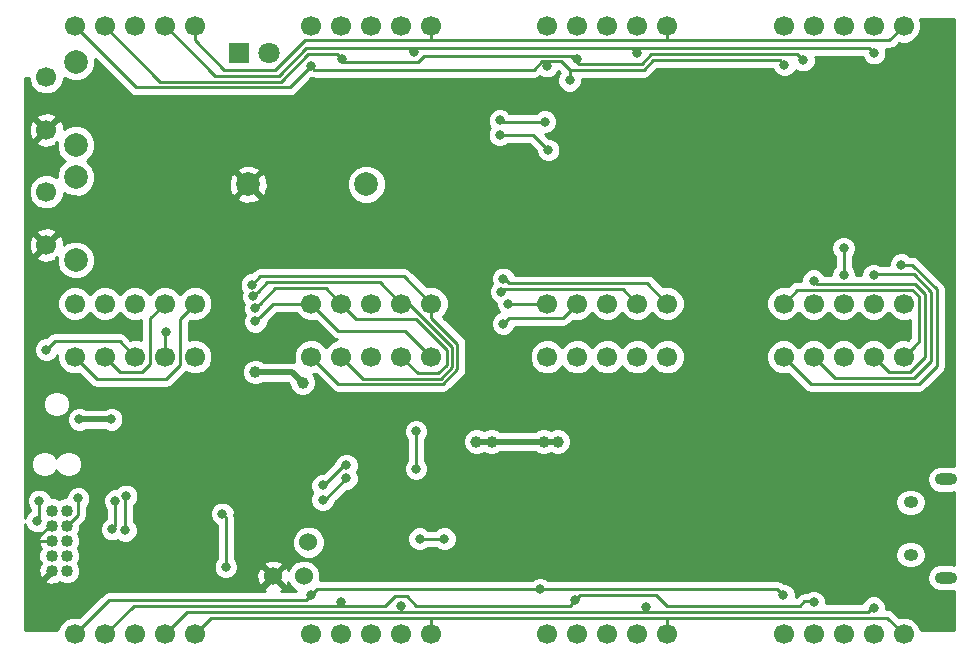
<source format=gbl>
G04 #@! TF.GenerationSoftware,KiCad,Pcbnew,(2017-07-16 revision e797af331)-makepkg*
G04 #@! TF.CreationDate,2017-08-01T20:13:45+01:00*
G04 #@! TF.ProjectId,smalltime,736D616C6C74696D652E6B696361645F,rev?*
G04 #@! TF.SameCoordinates,Original
G04 #@! TF.FileFunction,Copper,L2,Bot,Signal*
G04 #@! TF.FilePolarity,Positive*
%FSLAX46Y46*%
G04 Gerber Fmt 4.6, Leading zero omitted, Abs format (unit mm)*
G04 Created by KiCad (PCBNEW (2017-07-16 revision e797af331)-makepkg) date 08/01/17 20:13:45*
%MOMM*%
%LPD*%
G01*
G04 APERTURE LIST*
%ADD10C,1.524000*%
%ADD11C,1.700000*%
%ADD12C,1.016000*%
%ADD13C,2.000000*%
%ADD14O,1.250000X1.000000*%
%ADD15O,1.900000X1.000000*%
%ADD16R,1.800000X1.800000*%
%ADD17C,1.800000*%
%ADD18C,1.000000*%
%ADD19C,0.800000*%
%ADD20C,0.250000*%
%ADD21C,0.350000*%
%ADD22C,0.500000*%
%ADD23C,0.254000*%
G04 APERTURE END LIST*
D10*
X99300000Y-83300000D03*
X99700000Y-80400000D03*
X96700000Y-83300000D03*
D11*
X139920000Y-36697492D03*
X142460000Y-36697492D03*
X145000000Y-36697492D03*
X147540000Y-36697492D03*
X150080000Y-36697492D03*
X150080000Y-60197492D03*
X147540000Y-60197492D03*
X145000000Y-60197492D03*
X142460000Y-60197492D03*
X139920000Y-60197492D03*
X130080000Y-88197492D03*
X127540000Y-88197492D03*
X125000000Y-88197492D03*
X122460000Y-88197492D03*
X119920000Y-88197492D03*
X119920000Y-64697492D03*
X122460000Y-64697492D03*
X125000000Y-64697492D03*
X127540000Y-64697492D03*
X130080000Y-64697492D03*
X99920000Y-36697492D03*
X102460000Y-36697492D03*
X105000000Y-36697492D03*
X107540000Y-36697492D03*
X110080000Y-36697492D03*
X110080000Y-60197492D03*
X107540000Y-60197492D03*
X105000000Y-60197492D03*
X102460000Y-60197492D03*
X99920000Y-60197492D03*
X79920000Y-36697492D03*
X82460000Y-36697492D03*
X85000000Y-36697492D03*
X87540000Y-36697492D03*
X90080000Y-36697492D03*
X90080000Y-60197492D03*
X87540000Y-60197492D03*
X85000000Y-60197492D03*
X82460000Y-60197492D03*
X79920000Y-60197492D03*
X90080000Y-88197492D03*
X87540000Y-88197492D03*
X85000000Y-88197492D03*
X82460000Y-88197492D03*
X79920000Y-88197492D03*
X79920000Y-64697492D03*
X82460000Y-64697492D03*
X85000000Y-64697492D03*
X87540000Y-64697492D03*
X90080000Y-64697492D03*
X110080000Y-88197492D03*
X107540000Y-88197492D03*
X105000000Y-88197492D03*
X102460000Y-88197492D03*
X99920000Y-88197492D03*
X99920000Y-64697492D03*
X102460000Y-64697492D03*
X105000000Y-64697492D03*
X107540000Y-64697492D03*
X110080000Y-64697492D03*
X150080000Y-88197492D03*
X147540000Y-88197492D03*
X145000000Y-88197492D03*
X142460000Y-88197492D03*
X139920000Y-88197492D03*
X139920000Y-64697492D03*
X142460000Y-64697492D03*
X145000000Y-64697492D03*
X147540000Y-64697492D03*
X150080000Y-64697492D03*
X119920000Y-36697492D03*
X122460000Y-36697492D03*
X125000000Y-36697492D03*
X127540000Y-36697492D03*
X130080000Y-36697492D03*
X130080000Y-60197492D03*
X127540000Y-60197492D03*
X125000000Y-60197492D03*
X122460000Y-60197492D03*
X119920000Y-60197492D03*
D12*
X77980000Y-77750000D03*
X79250000Y-77750000D03*
X77980000Y-79020000D03*
X79250000Y-79020000D03*
X77980000Y-80290000D03*
X79250000Y-80290000D03*
X77980000Y-81560000D03*
X79250000Y-81560000D03*
X77980000Y-82830000D03*
X79250000Y-82830000D03*
D13*
X94600000Y-50100000D03*
X104600000Y-50100000D03*
D14*
X150675000Y-77025000D03*
X150675000Y-81475000D03*
D15*
X153675000Y-75075000D03*
X153675000Y-83425000D03*
D16*
X93800000Y-39000000D03*
D17*
X96340000Y-39000000D03*
D13*
X80000000Y-39750000D03*
X80000000Y-46750000D03*
D11*
X77500000Y-41000000D03*
X77500000Y-45500000D03*
D13*
X80000000Y-49500000D03*
X80000000Y-56500000D03*
D11*
X77500000Y-50750000D03*
X77500000Y-55250000D03*
D18*
X78300000Y-75400000D03*
D19*
X113800000Y-79300000D03*
X139999992Y-81000000D03*
X134000000Y-81000000D03*
X137000000Y-81000000D03*
X140000000Y-78000006D03*
X137000000Y-78000000D03*
X134000012Y-78000000D03*
X99300000Y-71900000D03*
X124900000Y-41800000D03*
X86300000Y-43100000D03*
X88600000Y-43900000D03*
X105700000Y-74200000D03*
X85900000Y-71500000D03*
X85800000Y-81300000D03*
X142200000Y-81600000D03*
X145400000Y-81600000D03*
X149300000Y-78700000D03*
X149300000Y-77700000D03*
X147200000Y-84100000D03*
X126100000Y-83300000D03*
X106000000Y-83200000D03*
X143800000Y-41700000D03*
X103700000Y-41500000D03*
X94700000Y-80100000D03*
X108800000Y-71000000D03*
X108800000Y-74200000D03*
D18*
X99200000Y-66900010D03*
X95200000Y-66000000D03*
X113900000Y-71900000D03*
X115200000Y-71900000D03*
X120800000Y-71899998D03*
X119599988Y-71900000D03*
D19*
X83000000Y-70000000D03*
X80300000Y-70000000D03*
X76700000Y-78600000D03*
X76900000Y-76900000D03*
X80200000Y-76700000D03*
X84262504Y-76469782D03*
X77500000Y-64100000D03*
X84200000Y-79400000D03*
X109100000Y-80100000D03*
X111200000Y-80100000D03*
X145000008Y-57800000D03*
X145000000Y-55500000D03*
X122300000Y-85300000D03*
X142460000Y-85460000D03*
X102461429Y-85428171D03*
X108600000Y-38900000D03*
X147600000Y-39000000D03*
X127500000Y-39000000D03*
X139900000Y-84900000D03*
X119300001Y-84400001D03*
X99900000Y-84900000D03*
X147540000Y-57799847D03*
X95000000Y-59600000D03*
X116000000Y-59200000D03*
X116174990Y-61900018D03*
X142460000Y-58257431D03*
X87600026Y-62600000D03*
X95200000Y-60599996D03*
X116600000Y-60200000D03*
X95200000Y-61700000D03*
X147540000Y-85940000D03*
X107500000Y-85800000D03*
X128300000Y-85900000D03*
X141600000Y-39600000D03*
X122400000Y-39500000D03*
X102500000Y-39500000D03*
X121800000Y-41300000D03*
X140000000Y-40000000D03*
X119900000Y-40100000D03*
X99900000Y-40100000D03*
X149900000Y-56900000D03*
X94900000Y-58600000D03*
X116200000Y-58100000D03*
X115900002Y-45900000D03*
X120000000Y-47200000D03*
X92400000Y-78000000D03*
X92700000Y-82500000D03*
X100900000Y-75600000D03*
X102900000Y-73900000D03*
X102900000Y-75000000D03*
X100900000Y-76800000D03*
X115900000Y-44699987D03*
X119700000Y-44800000D03*
X83100000Y-79300000D03*
X83354442Y-76888645D03*
D20*
X77980000Y-79020000D02*
X77780000Y-79020000D01*
X77780000Y-79020000D02*
X76500000Y-80300000D01*
X76500000Y-80300000D02*
X76400000Y-80300000D01*
D21*
X137000000Y-81000000D02*
X139999992Y-81000000D01*
X134000012Y-80999988D02*
X134000000Y-81000000D01*
X134000012Y-78000000D02*
X134000012Y-80999988D01*
X139999994Y-78000000D02*
X140000000Y-78000006D01*
X137000000Y-78000000D02*
X139999994Y-78000000D01*
D20*
X76700000Y-83600000D02*
X77210000Y-83600000D01*
X77210000Y-83600000D02*
X77980000Y-82830000D01*
X76400000Y-83300000D02*
X76700000Y-83600000D01*
X76400000Y-80300000D02*
X76400000Y-83300000D01*
X76400000Y-80300000D02*
X76410000Y-80290000D01*
X76410000Y-80290000D02*
X77980000Y-80290000D01*
D21*
X140600000Y-75800000D02*
X139000000Y-75800000D01*
D20*
X108800000Y-74200000D02*
X108800000Y-71000000D01*
D22*
X95907106Y-66000000D02*
X95200000Y-66000000D01*
X98299990Y-66000000D02*
X95907106Y-66000000D01*
X99200000Y-66900010D02*
X98299990Y-66000000D01*
X119599988Y-71900000D02*
X120799998Y-71900000D01*
X119599988Y-71900000D02*
X120100000Y-71900000D01*
X120100000Y-71900000D02*
X120799998Y-71900000D01*
X114200000Y-71900000D02*
X115200000Y-71900000D01*
X115200000Y-71900000D02*
X115500000Y-71900000D01*
X119599988Y-71900000D02*
X115500000Y-71900000D01*
X120799998Y-71900000D02*
X120800000Y-71899998D01*
X80300000Y-70000000D02*
X83000000Y-70000000D01*
D20*
X76900000Y-76900000D02*
X76900000Y-78400000D01*
X76900000Y-78400000D02*
X76700000Y-78600000D01*
X80200000Y-77265685D02*
X80200000Y-76700000D01*
X80200000Y-78070000D02*
X80200000Y-77265685D01*
X79250000Y-79020000D02*
X80200000Y-78070000D01*
X84200000Y-79400000D02*
X84200000Y-76532286D01*
X84200000Y-76532286D02*
X84262504Y-76469782D01*
X78200000Y-63400000D02*
X83702508Y-63400000D01*
X83702508Y-63400000D02*
X85000000Y-64697492D01*
X77500000Y-64100000D02*
X78200000Y-63400000D01*
X111200000Y-80100000D02*
X109100000Y-80100000D01*
X145000000Y-57600000D02*
X145000000Y-57799992D01*
X145000000Y-57799992D02*
X145000008Y-57800000D01*
X145000000Y-55500000D02*
X145000000Y-57600000D01*
X142400000Y-85400000D02*
X142460000Y-85460000D01*
X127100000Y-38600000D02*
X127125001Y-38574999D01*
X127125001Y-38574999D02*
X147174999Y-38574999D01*
X147174999Y-38574999D02*
X147300000Y-38700000D01*
X147300000Y-38700000D02*
X147600000Y-39000000D01*
X87540000Y-36697492D02*
X87597492Y-36697492D01*
X87597492Y-36697492D02*
X91800000Y-40900000D01*
X91800000Y-40900000D02*
X97200000Y-40900000D01*
X97200000Y-40900000D02*
X99500000Y-38600000D01*
X99500000Y-38600000D02*
X108200000Y-38600000D01*
X130021004Y-85800000D02*
X141292894Y-85800000D01*
X129096002Y-84874998D02*
X130021004Y-85800000D01*
X141292894Y-85800000D02*
X141692894Y-85400000D01*
X121800000Y-85800000D02*
X122725002Y-84874998D01*
X141692894Y-85400000D02*
X142400000Y-85400000D01*
X122725002Y-84874998D02*
X129096002Y-84874998D01*
X108200000Y-38600000D02*
X108900000Y-38600000D01*
X127100000Y-38600000D02*
X108900000Y-38600000D01*
X108900000Y-38600000D02*
X108600000Y-38900000D01*
X82460000Y-88197492D02*
X82502508Y-88197492D01*
X82502508Y-88197492D02*
X84900000Y-85800000D01*
X84900000Y-85800000D02*
X102100000Y-85800000D01*
X102461429Y-85438571D02*
X102461429Y-85428171D01*
X102100000Y-85800000D02*
X102461429Y-85438571D01*
X108600000Y-38900000D02*
X108500000Y-38900000D01*
X108500000Y-38900000D02*
X108200000Y-38600000D01*
X108800000Y-85800000D02*
X121800000Y-85800000D01*
X121800000Y-85800000D02*
X122300000Y-85300000D01*
X108000000Y-85000000D02*
X108800000Y-85800000D01*
X107000000Y-85000000D02*
X108000000Y-85000000D01*
X106200000Y-85800000D02*
X107000000Y-85000000D01*
X102100000Y-85800000D02*
X106200000Y-85800000D01*
X127100000Y-38600000D02*
X127500000Y-39000000D01*
X100399999Y-84400001D02*
X118600000Y-84400001D01*
X118600000Y-84400001D02*
X139400001Y-84400001D01*
X119300001Y-84400001D02*
X118600000Y-84400001D01*
X139400001Y-84400001D02*
X139900000Y-84900000D01*
X99500000Y-85300000D02*
X100399999Y-84400001D01*
X99400000Y-37900000D02*
X110100000Y-37900000D01*
X110100000Y-37900000D02*
X130100000Y-37900000D01*
X110080000Y-36697492D02*
X110080000Y-37899573D01*
X110080000Y-37899573D02*
X110080427Y-37900000D01*
X110080427Y-37900000D02*
X110100000Y-37900000D01*
X130100000Y-37900000D02*
X148877492Y-37900000D01*
X130080000Y-36697492D02*
X130080000Y-37899573D01*
X130080000Y-37899573D02*
X130080427Y-37900000D01*
X130080427Y-37900000D02*
X130100000Y-37900000D01*
X90080000Y-36697492D02*
X90080000Y-37899573D01*
X90080000Y-37899573D02*
X92580427Y-40400000D01*
X92580427Y-40400000D02*
X96900000Y-40400000D01*
X96900000Y-40400000D02*
X99400000Y-37900000D01*
X148877492Y-37900000D02*
X150080000Y-36697492D01*
X99500000Y-85300000D02*
X82800000Y-85300000D01*
X82800000Y-85300000D02*
X79920000Y-88180000D01*
X79920000Y-88180000D02*
X79920000Y-88197492D01*
X99500000Y-85300000D02*
X99900000Y-84900000D01*
X142460000Y-64697492D02*
X144262508Y-66500000D01*
X151000000Y-66500000D02*
X152400000Y-65100000D01*
X144262508Y-66500000D02*
X151000000Y-66500000D01*
X147614837Y-57725010D02*
X147540000Y-57799847D01*
X152400000Y-65100000D02*
X152400000Y-59200000D01*
X152400000Y-59200000D02*
X150925010Y-57725010D01*
X150925010Y-57725010D02*
X147614837Y-57725010D01*
X127540000Y-60197492D02*
X126292519Y-58950011D01*
X126292519Y-58950011D02*
X116349989Y-58950011D01*
X116100000Y-59200000D02*
X116000000Y-59200000D01*
X116349989Y-58950011D02*
X116100000Y-59200000D01*
X82460000Y-64697492D02*
X83762508Y-66000000D01*
X83762508Y-66000000D02*
X85600000Y-66000000D01*
X85600000Y-66000000D02*
X86300000Y-65300000D01*
X86300000Y-65300000D02*
X86300000Y-61437492D01*
X86300000Y-61437492D02*
X87540000Y-60197492D01*
X107540000Y-60197492D02*
X107737492Y-60000000D01*
X107737492Y-60000000D02*
X108000000Y-60000000D01*
X108000000Y-60000000D02*
X108000000Y-60063589D01*
X110886400Y-66550011D02*
X104312519Y-66550011D01*
X108000000Y-60063589D02*
X111850011Y-63913600D01*
X111850011Y-63913600D02*
X111850011Y-65586400D01*
X111850011Y-65586400D02*
X110886400Y-66550011D01*
X104312519Y-66550011D02*
X103309999Y-65547491D01*
X103309999Y-65547491D02*
X102460000Y-64697492D01*
X107540000Y-60197492D02*
X105742508Y-58400000D01*
X105742508Y-58400000D02*
X96200000Y-58400000D01*
X96200000Y-58400000D02*
X95399999Y-59200001D01*
X95399999Y-59200001D02*
X95000000Y-59600000D01*
X127540000Y-60197492D02*
X127397492Y-60197492D01*
X147540000Y-64697492D02*
X148842508Y-66000000D01*
X151900000Y-64700000D02*
X151900000Y-59400000D01*
X148842508Y-66000000D02*
X150600000Y-66000000D01*
X142752580Y-58550011D02*
X142460000Y-58257431D01*
X150600000Y-66000000D02*
X151900000Y-64700000D01*
X151900000Y-59400000D02*
X151050011Y-58550011D01*
X151050011Y-58550011D02*
X142752580Y-58550011D01*
X122460000Y-60197492D02*
X121257492Y-61400000D01*
X116199982Y-61900018D02*
X116174990Y-61900018D01*
X116700000Y-61400000D02*
X116199982Y-61900018D01*
X121257492Y-61400000D02*
X116700000Y-61400000D01*
X87540000Y-62660026D02*
X87600026Y-62600000D01*
X87540000Y-64697492D02*
X87540000Y-62660026D01*
X110700000Y-66100000D02*
X108942508Y-66100000D01*
X108942508Y-66100000D02*
X107540000Y-64697492D01*
X111400000Y-65400000D02*
X110700000Y-66100000D01*
X111400000Y-64100000D02*
X111400000Y-65400000D01*
X108800000Y-61500000D02*
X111400000Y-64100000D01*
X103762508Y-61500000D02*
X108800000Y-61500000D01*
X102460000Y-60197492D02*
X103762508Y-61500000D01*
X95599999Y-60199997D02*
X95200000Y-60599996D01*
X96899996Y-58900000D02*
X95599999Y-60199997D01*
X101162508Y-58900000D02*
X96899996Y-58900000D01*
X102460000Y-60197492D02*
X101162508Y-58900000D01*
X141095001Y-59022491D02*
X150822491Y-59022491D01*
X151400000Y-59600000D02*
X151400000Y-63377492D01*
X150929999Y-63847493D02*
X150080000Y-64697492D01*
X139920000Y-60197492D02*
X141095001Y-59022491D01*
X151400000Y-63377492D02*
X150929999Y-63847493D01*
X150822491Y-59022491D02*
X151400000Y-59600000D01*
X119920000Y-60197492D02*
X116602508Y-60197492D01*
X116602508Y-60197492D02*
X116600000Y-60200000D01*
X99920000Y-60197492D02*
X102222508Y-62500000D01*
X102222508Y-62500000D02*
X107882508Y-62500000D01*
X109230001Y-63847493D02*
X110080000Y-64697492D01*
X107882508Y-62500000D02*
X109230001Y-63847493D01*
X95599999Y-61300001D02*
X95200000Y-61700000D01*
X96702508Y-60197492D02*
X95599999Y-61300001D01*
X99920000Y-60197492D02*
X96702508Y-60197492D01*
X147500000Y-85900000D02*
X147540000Y-85940000D01*
X107200000Y-86300000D02*
X107500000Y-86300000D01*
X107500000Y-86300000D02*
X127100000Y-86300000D01*
X107500000Y-85800000D02*
X107500000Y-86300000D01*
X127100000Y-86300000D02*
X128400000Y-86300000D01*
X128400000Y-86300000D02*
X147100000Y-86300000D01*
X128300000Y-85900000D02*
X128400000Y-86000000D01*
X128400000Y-86000000D02*
X128400000Y-86300000D01*
X128699999Y-39100001D02*
X141100001Y-39100001D01*
X141100001Y-39100001D02*
X141600000Y-39600000D01*
X127900000Y-39900000D02*
X128699999Y-39100001D01*
X122600000Y-39900000D02*
X127900000Y-39900000D01*
X121900000Y-39200000D02*
X122600000Y-39900000D01*
X82460000Y-36697492D02*
X87162508Y-41400000D01*
X87162508Y-41400000D02*
X97400000Y-41400000D01*
X97400000Y-41400000D02*
X99700000Y-39100000D01*
X99700000Y-39100000D02*
X102100000Y-39100000D01*
X102100000Y-39100000D02*
X102725001Y-39725001D01*
X102725001Y-39725001D02*
X108996001Y-39725001D01*
X108996001Y-39725001D02*
X109521002Y-39200000D01*
X109521002Y-39200000D02*
X121900000Y-39200000D01*
X147100000Y-86300000D02*
X147500000Y-85900000D01*
X89437492Y-86300000D02*
X107200000Y-86300000D01*
X87540000Y-88197492D02*
X89437492Y-86300000D01*
X121900000Y-39200000D02*
X122100000Y-39200000D01*
X122100000Y-39200000D02*
X122400000Y-39500000D01*
X102100000Y-39100000D02*
X102500000Y-39500000D01*
X100200000Y-40400000D02*
X99900000Y-40100000D01*
X79920000Y-36697492D02*
X85122508Y-41900000D01*
X85122508Y-41900000D02*
X98100000Y-41900000D01*
X98100000Y-41900000D02*
X99900000Y-40100000D01*
X110100000Y-86800000D02*
X130100000Y-86800000D01*
X130100000Y-86800000D02*
X148682508Y-86800000D01*
X130080000Y-88197492D02*
X130080000Y-86820000D01*
X130080000Y-86820000D02*
X130100000Y-86800000D01*
X91477492Y-86800000D02*
X110100000Y-86800000D01*
X110080000Y-88197492D02*
X110080000Y-86995411D01*
X110080000Y-86995411D02*
X110100000Y-86975411D01*
X110100000Y-86975411D02*
X110100000Y-86800000D01*
X121800000Y-41300000D02*
X121800000Y-40734315D01*
X121800000Y-40734315D02*
X121800000Y-40400000D01*
X118800000Y-40400000D02*
X119500000Y-39700000D01*
X100200000Y-40400000D02*
X118800000Y-40400000D01*
X148682508Y-86800000D02*
X150080000Y-88197492D01*
X90080000Y-88197492D02*
X91477492Y-86800000D01*
X128900000Y-39600000D02*
X139600000Y-39600000D01*
X139600000Y-39600000D02*
X140000000Y-40000000D01*
X128100000Y-40400000D02*
X128900000Y-39600000D01*
X121800000Y-40400000D02*
X128100000Y-40400000D01*
X121100000Y-39700000D02*
X121800000Y-40400000D01*
X119500000Y-39700000D02*
X121100000Y-39700000D01*
X119500000Y-39700000D02*
X119900000Y-40100000D01*
X79920000Y-36697492D02*
X80552508Y-36697492D01*
X150800000Y-56900000D02*
X149900000Y-56900000D01*
X130080000Y-60197492D02*
X128382508Y-58500000D01*
X128382508Y-58500000D02*
X116700000Y-58500000D01*
X116700000Y-58500000D02*
X116300000Y-58100000D01*
X116300000Y-58100000D02*
X116200000Y-58100000D01*
X110080000Y-60197492D02*
X110080000Y-61380000D01*
X110080000Y-61380000D02*
X112300022Y-63600022D01*
X100769999Y-65547491D02*
X99920000Y-64697492D01*
X112300022Y-63600022D02*
X112300022Y-65772800D01*
X112300022Y-65772800D02*
X111072800Y-67000022D01*
X111072800Y-67000022D02*
X102222530Y-67000022D01*
X102222530Y-67000022D02*
X100769999Y-65547491D01*
X94900000Y-58600000D02*
X95600000Y-57900000D01*
X95600000Y-57900000D02*
X107782508Y-57900000D01*
X107782508Y-57900000D02*
X110080000Y-60197492D01*
X87600000Y-66600000D02*
X81822508Y-66600000D01*
X81822508Y-66600000D02*
X79920000Y-64697492D01*
X88800000Y-65400000D02*
X87600000Y-66600000D01*
X88800000Y-61477492D02*
X88800000Y-65400000D01*
X90080000Y-60197492D02*
X88800000Y-61477492D01*
X152900000Y-59000000D02*
X152900000Y-65500000D01*
X142222508Y-67000000D02*
X151400000Y-67000000D01*
X151400000Y-67000000D02*
X152900000Y-65500000D01*
X139920000Y-64697492D02*
X142222508Y-67000000D01*
X129997492Y-60197492D02*
X130080000Y-60197492D01*
X150800000Y-56900000D02*
X152900000Y-59000000D01*
X120000000Y-47200000D02*
X118700000Y-45900000D01*
X116465687Y-45900000D02*
X115900002Y-45900000D01*
X118700000Y-45900000D02*
X116465687Y-45900000D01*
X92700000Y-82500000D02*
X92700000Y-78300000D01*
X92700000Y-78300000D02*
X92400000Y-78000000D01*
X100900000Y-75600000D02*
X101000000Y-75600000D01*
X101000000Y-75600000D02*
X102700000Y-73900000D01*
X102700000Y-73900000D02*
X102900000Y-73900000D01*
X101100000Y-76800000D02*
X102900000Y-75000000D01*
X100900000Y-76800000D02*
X101100000Y-76800000D01*
X116000013Y-44800000D02*
X115900000Y-44699987D01*
X119700000Y-44800000D02*
X116000013Y-44800000D01*
X83354442Y-79045558D02*
X83100000Y-79300000D01*
X83354442Y-76888645D02*
X83354442Y-79045558D01*
D23*
G36*
X154315000Y-73971617D02*
X154156052Y-73940000D01*
X153193948Y-73940000D01*
X152759602Y-74026397D01*
X152391382Y-74272434D01*
X152145345Y-74640654D01*
X152058948Y-75075000D01*
X152145345Y-75509346D01*
X152391382Y-75877566D01*
X152759602Y-76123603D01*
X153193948Y-76210000D01*
X154156052Y-76210000D01*
X154315000Y-76178383D01*
X154315000Y-82321617D01*
X154156052Y-82290000D01*
X153193948Y-82290000D01*
X152759602Y-82376397D01*
X152391382Y-82622434D01*
X152145345Y-82990654D01*
X152058948Y-83425000D01*
X152145345Y-83859346D01*
X152391382Y-84227566D01*
X152759602Y-84473603D01*
X153193948Y-84560000D01*
X154156052Y-84560000D01*
X154315000Y-84528383D01*
X154315000Y-87873000D01*
X151552695Y-87873000D01*
X151339656Y-87357406D01*
X150922283Y-86939304D01*
X150376681Y-86712750D01*
X149785911Y-86712235D01*
X149703568Y-86746258D01*
X149219909Y-86262599D01*
X148973347Y-86097852D01*
X148682508Y-86040000D01*
X148574913Y-86040000D01*
X148575179Y-85735029D01*
X148417942Y-85354485D01*
X148127046Y-85063081D01*
X147746777Y-84905180D01*
X147335029Y-84904821D01*
X146954485Y-85062058D01*
X146663081Y-85352954D01*
X146585413Y-85540000D01*
X143494931Y-85540000D01*
X143495179Y-85255029D01*
X143337942Y-84874485D01*
X143047046Y-84583081D01*
X142666777Y-84425180D01*
X142255029Y-84424821D01*
X141874485Y-84582058D01*
X141816442Y-84640000D01*
X141692894Y-84640000D01*
X141450308Y-84688254D01*
X141402054Y-84697852D01*
X141155493Y-84862599D01*
X140978092Y-85040000D01*
X140934878Y-85040000D01*
X140935179Y-84695029D01*
X140777942Y-84314485D01*
X140487046Y-84023081D01*
X140106777Y-83865180D01*
X139939836Y-83865034D01*
X139937402Y-83862600D01*
X139690840Y-83697853D01*
X139400001Y-83640001D01*
X120003762Y-83640001D01*
X119887047Y-83523082D01*
X119506778Y-83365181D01*
X119095030Y-83364822D01*
X118714486Y-83522059D01*
X118596338Y-83640001D01*
X100671469Y-83640001D01*
X100696757Y-83579100D01*
X100697242Y-83023339D01*
X100485010Y-82509697D01*
X100092370Y-82116371D01*
X99579100Y-81903243D01*
X99023339Y-81902758D01*
X98509697Y-82114990D01*
X98116371Y-82507630D01*
X98006568Y-82772064D01*
X97922397Y-82568857D01*
X97680213Y-82499392D01*
X96879605Y-83300000D01*
X97680213Y-84100608D01*
X97922397Y-84031143D01*
X98000310Y-83812756D01*
X98114990Y-84090303D01*
X98507630Y-84483629D01*
X98643387Y-84540000D01*
X97388646Y-84540000D01*
X97431143Y-84522397D01*
X97500608Y-84280213D01*
X96700000Y-83479605D01*
X95899392Y-84280213D01*
X95968857Y-84522397D01*
X96018198Y-84540000D01*
X82800000Y-84540000D01*
X82509161Y-84597852D01*
X82262599Y-84762599D01*
X80284350Y-86740848D01*
X80216681Y-86712750D01*
X79625911Y-86712235D01*
X79079914Y-86937836D01*
X78661812Y-87355209D01*
X78446806Y-87873000D01*
X75685000Y-87873000D01*
X75685000Y-78853808D01*
X75822058Y-79185515D01*
X76112954Y-79476919D01*
X76493223Y-79634820D01*
X76904971Y-79635179D01*
X76986626Y-79601440D01*
X77138689Y-79628297D01*
X77165392Y-79655000D01*
X77138689Y-79681703D01*
X76968144Y-79711824D01*
X76823909Y-80143055D01*
X76855678Y-80596657D01*
X76968144Y-80868176D01*
X77042091Y-80881236D01*
X77011577Y-80911697D01*
X76837199Y-81331646D01*
X76836802Y-81786359D01*
X77010446Y-82206612D01*
X77042474Y-82238696D01*
X76968144Y-82251824D01*
X76823909Y-82683055D01*
X76855678Y-83136657D01*
X76968144Y-83408176D01*
X77184081Y-83446314D01*
X77800395Y-82830000D01*
X77786253Y-82815858D01*
X77899180Y-82702930D01*
X78060961Y-82703071D01*
X78107070Y-82749180D01*
X78106929Y-82910961D01*
X77994143Y-83023748D01*
X77980000Y-83009605D01*
X77363686Y-83625919D01*
X77401824Y-83841856D01*
X77833055Y-83986091D01*
X78286657Y-83954322D01*
X78558176Y-83841856D01*
X78571236Y-83767909D01*
X78601697Y-83798423D01*
X79021646Y-83972801D01*
X79476359Y-83973198D01*
X79896612Y-83799554D01*
X80218423Y-83478303D01*
X80392801Y-83058354D01*
X80393198Y-82603641D01*
X80224150Y-82194511D01*
X80392801Y-81788354D01*
X80393198Y-81333641D01*
X80224150Y-80924511D01*
X80392801Y-80518354D01*
X80393198Y-80063641D01*
X80224150Y-79654511D01*
X80286244Y-79504971D01*
X82064821Y-79504971D01*
X82222058Y-79885515D01*
X82512954Y-80176919D01*
X82893223Y-80334820D01*
X83304971Y-80335179D01*
X83564192Y-80228072D01*
X83612954Y-80276919D01*
X83993223Y-80434820D01*
X84404971Y-80435179D01*
X84785515Y-80277942D01*
X85076919Y-79987046D01*
X85234820Y-79606777D01*
X85235179Y-79195029D01*
X85077942Y-78814485D01*
X84960000Y-78696337D01*
X84960000Y-78204971D01*
X91364821Y-78204971D01*
X91522058Y-78585515D01*
X91812954Y-78876919D01*
X91940000Y-78929673D01*
X91940000Y-81796239D01*
X91823081Y-81912954D01*
X91665180Y-82293223D01*
X91664821Y-82704971D01*
X91822058Y-83085515D01*
X92112954Y-83376919D01*
X92493223Y-83534820D01*
X92904971Y-83535179D01*
X93285515Y-83377942D01*
X93571653Y-83092302D01*
X95290856Y-83092302D01*
X95318638Y-83647368D01*
X95477603Y-84031143D01*
X95719787Y-84100608D01*
X96520395Y-83300000D01*
X95719787Y-82499392D01*
X95477603Y-82568857D01*
X95290856Y-83092302D01*
X93571653Y-83092302D01*
X93576919Y-83087046D01*
X93734820Y-82706777D01*
X93735157Y-82319787D01*
X95899392Y-82319787D01*
X96700000Y-83120395D01*
X97500608Y-82319787D01*
X97431143Y-82077603D01*
X96907698Y-81890856D01*
X96352632Y-81918638D01*
X95968857Y-82077603D01*
X95899392Y-82319787D01*
X93735157Y-82319787D01*
X93735179Y-82295029D01*
X93577942Y-81914485D01*
X93460000Y-81796337D01*
X93460000Y-80676661D01*
X98302758Y-80676661D01*
X98514990Y-81190303D01*
X98907630Y-81583629D01*
X99420900Y-81796757D01*
X99976661Y-81797242D01*
X100490303Y-81585010D01*
X100600505Y-81475000D01*
X149390315Y-81475000D01*
X149476712Y-81909346D01*
X149722749Y-82277566D01*
X150090969Y-82523603D01*
X150525315Y-82610000D01*
X150824685Y-82610000D01*
X151259031Y-82523603D01*
X151627251Y-82277566D01*
X151873288Y-81909346D01*
X151959685Y-81475000D01*
X151873288Y-81040654D01*
X151627251Y-80672434D01*
X151259031Y-80426397D01*
X150824685Y-80340000D01*
X150525315Y-80340000D01*
X150090969Y-80426397D01*
X149722749Y-80672434D01*
X149476712Y-81040654D01*
X149390315Y-81475000D01*
X100600505Y-81475000D01*
X100883629Y-81192370D01*
X101096757Y-80679100D01*
X101097083Y-80304971D01*
X108064821Y-80304971D01*
X108222058Y-80685515D01*
X108512954Y-80976919D01*
X108893223Y-81134820D01*
X109304971Y-81135179D01*
X109685515Y-80977942D01*
X109803663Y-80860000D01*
X110496239Y-80860000D01*
X110612954Y-80976919D01*
X110993223Y-81134820D01*
X111404971Y-81135179D01*
X111785515Y-80977942D01*
X112076919Y-80687046D01*
X112234820Y-80306777D01*
X112235179Y-79895029D01*
X112077942Y-79514485D01*
X111787046Y-79223081D01*
X111406777Y-79065180D01*
X110995029Y-79064821D01*
X110614485Y-79222058D01*
X110496337Y-79340000D01*
X109803761Y-79340000D01*
X109687046Y-79223081D01*
X109306777Y-79065180D01*
X108895029Y-79064821D01*
X108514485Y-79222058D01*
X108223081Y-79512954D01*
X108065180Y-79893223D01*
X108064821Y-80304971D01*
X101097083Y-80304971D01*
X101097242Y-80123339D01*
X100885010Y-79609697D01*
X100492370Y-79216371D01*
X99979100Y-79003243D01*
X99423339Y-79002758D01*
X98909697Y-79214990D01*
X98516371Y-79607630D01*
X98303243Y-80120900D01*
X98302758Y-80676661D01*
X93460000Y-80676661D01*
X93460000Y-78300000D01*
X93434849Y-78173558D01*
X93435179Y-77795029D01*
X93277942Y-77414485D01*
X92987046Y-77123081D01*
X92606777Y-76965180D01*
X92195029Y-76964821D01*
X91814485Y-77122058D01*
X91523081Y-77412954D01*
X91365180Y-77793223D01*
X91364821Y-78204971D01*
X84960000Y-78204971D01*
X84960000Y-77235938D01*
X85139423Y-77056828D01*
X85297324Y-76676559D01*
X85297683Y-76264811D01*
X85140446Y-75884267D01*
X85061289Y-75804971D01*
X99864821Y-75804971D01*
X100022058Y-76185515D01*
X100036288Y-76199770D01*
X100023081Y-76212954D01*
X99865180Y-76593223D01*
X99864821Y-77004971D01*
X100022058Y-77385515D01*
X100312954Y-77676919D01*
X100693223Y-77834820D01*
X101104971Y-77835179D01*
X101485515Y-77677942D01*
X101776919Y-77387046D01*
X101911242Y-77063560D01*
X101949802Y-77025000D01*
X149390315Y-77025000D01*
X149476712Y-77459346D01*
X149722749Y-77827566D01*
X150090969Y-78073603D01*
X150525315Y-78160000D01*
X150824685Y-78160000D01*
X151259031Y-78073603D01*
X151627251Y-77827566D01*
X151873288Y-77459346D01*
X151959685Y-77025000D01*
X151873288Y-76590654D01*
X151627251Y-76222434D01*
X151259031Y-75976397D01*
X150824685Y-75890000D01*
X150525315Y-75890000D01*
X150090969Y-75976397D01*
X149722749Y-76222434D01*
X149476712Y-76590654D01*
X149390315Y-77025000D01*
X101949802Y-77025000D01*
X102939767Y-76035035D01*
X103104971Y-76035179D01*
X103485515Y-75877942D01*
X103776919Y-75587046D01*
X103934820Y-75206777D01*
X103935179Y-74795029D01*
X103792460Y-74449620D01*
X103934820Y-74106777D01*
X103935179Y-73695029D01*
X103777942Y-73314485D01*
X103487046Y-73023081D01*
X103106777Y-72865180D01*
X102695029Y-72864821D01*
X102314485Y-73022058D01*
X102023081Y-73312954D01*
X101888758Y-73636440D01*
X100960146Y-74565052D01*
X100695029Y-74564821D01*
X100314485Y-74722058D01*
X100023081Y-75012954D01*
X99865180Y-75393223D01*
X99864821Y-75804971D01*
X85061289Y-75804971D01*
X84849550Y-75592863D01*
X84469281Y-75434962D01*
X84057533Y-75434603D01*
X83676989Y-75591840D01*
X83414674Y-75853697D01*
X83149471Y-75853466D01*
X82768927Y-76010703D01*
X82477523Y-76301599D01*
X82319622Y-76681868D01*
X82319263Y-77093616D01*
X82476500Y-77474160D01*
X82594442Y-77592308D01*
X82594442Y-78389021D01*
X82514485Y-78422058D01*
X82223081Y-78712954D01*
X82065180Y-79093223D01*
X82064821Y-79504971D01*
X80286244Y-79504971D01*
X80392801Y-79248354D01*
X80393060Y-78951742D01*
X80737401Y-78607401D01*
X80902148Y-78360839D01*
X80960000Y-78070000D01*
X80960000Y-77403761D01*
X81076919Y-77287046D01*
X81234820Y-76906777D01*
X81235179Y-76495029D01*
X81077942Y-76114485D01*
X80787046Y-75823081D01*
X80406777Y-75665180D01*
X79995029Y-75664821D01*
X79614485Y-75822058D01*
X79323081Y-76112954D01*
X79165180Y-76493223D01*
X79165081Y-76606925D01*
X79023641Y-76606802D01*
X78614511Y-76775850D01*
X78208354Y-76607199D01*
X77898777Y-76606929D01*
X77777942Y-76314485D01*
X77487046Y-76023081D01*
X77106777Y-75865180D01*
X76695029Y-75864821D01*
X76314485Y-76022058D01*
X76023081Y-76312954D01*
X75865180Y-76693223D01*
X75864821Y-77104971D01*
X76022058Y-77485515D01*
X76140000Y-77603663D01*
X76140000Y-77711515D01*
X76114485Y-77722058D01*
X75823081Y-78012954D01*
X75685000Y-78345491D01*
X75685000Y-74014775D01*
X76203803Y-74014775D01*
X76376233Y-74432086D01*
X76695235Y-74751645D01*
X77112244Y-74924803D01*
X77563775Y-74925197D01*
X77981086Y-74752767D01*
X78300645Y-74433765D01*
X78354920Y-74303058D01*
X78408233Y-74432086D01*
X78727235Y-74751645D01*
X79144244Y-74924803D01*
X79595775Y-74925197D01*
X80013086Y-74752767D01*
X80332645Y-74433765D01*
X80505803Y-74016756D01*
X80506197Y-73565225D01*
X80333767Y-73147914D01*
X80014765Y-72828355D01*
X79597756Y-72655197D01*
X79146225Y-72654803D01*
X78728914Y-72827233D01*
X78409355Y-73146235D01*
X78355080Y-73276942D01*
X78301767Y-73147914D01*
X77982765Y-72828355D01*
X77565756Y-72655197D01*
X77114225Y-72654803D01*
X76696914Y-72827233D01*
X76377355Y-73146235D01*
X76204197Y-73563244D01*
X76203803Y-74014775D01*
X75685000Y-74014775D01*
X75685000Y-71204971D01*
X107764821Y-71204971D01*
X107922058Y-71585515D01*
X108040000Y-71703663D01*
X108040000Y-73496239D01*
X107923081Y-73612954D01*
X107765180Y-73993223D01*
X107764821Y-74404971D01*
X107922058Y-74785515D01*
X108212954Y-75076919D01*
X108593223Y-75234820D01*
X109004971Y-75235179D01*
X109385515Y-75077942D01*
X109676919Y-74787046D01*
X109834820Y-74406777D01*
X109835179Y-73995029D01*
X109677942Y-73614485D01*
X109560000Y-73496337D01*
X109560000Y-72124775D01*
X112764803Y-72124775D01*
X112937233Y-72542086D01*
X113256235Y-72861645D01*
X113673244Y-73034803D01*
X114124775Y-73035197D01*
X114542086Y-72862767D01*
X114549734Y-72855132D01*
X114556235Y-72861645D01*
X114973244Y-73034803D01*
X115424775Y-73035197D01*
X115842086Y-72862767D01*
X115919989Y-72785000D01*
X118879712Y-72785000D01*
X118956223Y-72861645D01*
X119373232Y-73034803D01*
X119824763Y-73035197D01*
X120200405Y-72879984D01*
X120573244Y-73034801D01*
X121024775Y-73035195D01*
X121442086Y-72862765D01*
X121761645Y-72543763D01*
X121934803Y-72126754D01*
X121935197Y-71675223D01*
X121762767Y-71257912D01*
X121443765Y-70938353D01*
X121026756Y-70765195D01*
X120575225Y-70764801D01*
X120199583Y-70920014D01*
X119826744Y-70765197D01*
X119375213Y-70764803D01*
X118957902Y-70937233D01*
X118879999Y-71015000D01*
X115920276Y-71015000D01*
X115843765Y-70938355D01*
X115426756Y-70765197D01*
X114975225Y-70764803D01*
X114557914Y-70937233D01*
X114550266Y-70944868D01*
X114543765Y-70938355D01*
X114126756Y-70765197D01*
X113675225Y-70764803D01*
X113257914Y-70937233D01*
X112938355Y-71256235D01*
X112765197Y-71673244D01*
X112764803Y-72124775D01*
X109560000Y-72124775D01*
X109560000Y-71703761D01*
X109676919Y-71587046D01*
X109834820Y-71206777D01*
X109835179Y-70795029D01*
X109677942Y-70414485D01*
X109387046Y-70123081D01*
X109006777Y-69965180D01*
X108595029Y-69964821D01*
X108214485Y-70122058D01*
X107923081Y-70412954D01*
X107765180Y-70793223D01*
X107764821Y-71204971D01*
X75685000Y-71204971D01*
X75685000Y-70204971D01*
X79264821Y-70204971D01*
X79422058Y-70585515D01*
X79712954Y-70876919D01*
X80093223Y-71034820D01*
X80504971Y-71035179D01*
X80868433Y-70885000D01*
X82432415Y-70885000D01*
X82793223Y-71034820D01*
X83204971Y-71035179D01*
X83585515Y-70877942D01*
X83876919Y-70587046D01*
X84034820Y-70206777D01*
X84035179Y-69795029D01*
X83877942Y-69414485D01*
X83587046Y-69123081D01*
X83206777Y-68965180D01*
X82795029Y-68964821D01*
X82431567Y-69115000D01*
X80867585Y-69115000D01*
X80506777Y-68965180D01*
X80095029Y-68964821D01*
X79714485Y-69122058D01*
X79423081Y-69412954D01*
X79265180Y-69793223D01*
X79264821Y-70204971D01*
X75685000Y-70204971D01*
X75685000Y-68934775D01*
X77219803Y-68934775D01*
X77392233Y-69352086D01*
X77711235Y-69671645D01*
X78128244Y-69844803D01*
X78579775Y-69845197D01*
X78997086Y-69672767D01*
X79316645Y-69353765D01*
X79489803Y-68936756D01*
X79490197Y-68485225D01*
X79317767Y-68067914D01*
X78998765Y-67748355D01*
X78581756Y-67575197D01*
X78130225Y-67574803D01*
X77712914Y-67747233D01*
X77393355Y-68066235D01*
X77220197Y-68483244D01*
X77219803Y-68934775D01*
X75685000Y-68934775D01*
X75685000Y-64304971D01*
X76464821Y-64304971D01*
X76622058Y-64685515D01*
X76912954Y-64976919D01*
X77293223Y-65134820D01*
X77704971Y-65135179D01*
X78085515Y-64977942D01*
X78376919Y-64687046D01*
X78435131Y-64546856D01*
X78434743Y-64991581D01*
X78660344Y-65537578D01*
X79077717Y-65955680D01*
X79623319Y-66182234D01*
X80214089Y-66182749D01*
X80296432Y-66148726D01*
X81285107Y-67137401D01*
X81531669Y-67302148D01*
X81822508Y-67360000D01*
X87600000Y-67360000D01*
X87890839Y-67302148D01*
X88137401Y-67137401D01*
X89295237Y-65979565D01*
X89783319Y-66182234D01*
X90374089Y-66182749D01*
X90920086Y-65957148D01*
X91338188Y-65539775D01*
X91564742Y-64994173D01*
X91565257Y-64403403D01*
X91339656Y-63857406D01*
X90922283Y-63439304D01*
X90376681Y-63212750D01*
X89785911Y-63212235D01*
X89560000Y-63305579D01*
X89560000Y-61792294D01*
X89703291Y-61649003D01*
X89783319Y-61682234D01*
X90374089Y-61682749D01*
X90920086Y-61457148D01*
X91338188Y-61039775D01*
X91564742Y-60494173D01*
X91565257Y-59903403D01*
X91339656Y-59357406D01*
X90922283Y-58939304D01*
X90598774Y-58804971D01*
X93864821Y-58804971D01*
X94022058Y-59185515D01*
X94042800Y-59206293D01*
X93965180Y-59393223D01*
X93964821Y-59804971D01*
X94122058Y-60185515D01*
X94213422Y-60277039D01*
X94165180Y-60393219D01*
X94164821Y-60804967D01*
X94307541Y-61150378D01*
X94165180Y-61493223D01*
X94164821Y-61904971D01*
X94322058Y-62285515D01*
X94612954Y-62576919D01*
X94993223Y-62734820D01*
X95404971Y-62735179D01*
X95785515Y-62577942D01*
X96076919Y-62287046D01*
X96234820Y-61906777D01*
X96234966Y-61739836D01*
X97017310Y-60957492D01*
X98627253Y-60957492D01*
X98660344Y-61037578D01*
X99077717Y-61455680D01*
X99623319Y-61682234D01*
X100214089Y-61682749D01*
X100296432Y-61648726D01*
X101685107Y-63037401D01*
X101931669Y-63202148D01*
X102106269Y-63236878D01*
X101619914Y-63437836D01*
X101201812Y-63855209D01*
X101190252Y-63883049D01*
X101179656Y-63857406D01*
X100762283Y-63439304D01*
X100216681Y-63212750D01*
X99625911Y-63212235D01*
X99079914Y-63437836D01*
X98661812Y-63855209D01*
X98435258Y-64400811D01*
X98434743Y-64991581D01*
X98502372Y-65155256D01*
X98299990Y-65114999D01*
X98299985Y-65115000D01*
X95920276Y-65115000D01*
X95843765Y-65038355D01*
X95426756Y-64865197D01*
X94975225Y-64864803D01*
X94557914Y-65037233D01*
X94238355Y-65356235D01*
X94065197Y-65773244D01*
X94064803Y-66224775D01*
X94237233Y-66642086D01*
X94556235Y-66961645D01*
X94973244Y-67134803D01*
X95424775Y-67135197D01*
X95842086Y-66962767D01*
X95919989Y-66885000D01*
X97933410Y-66885000D01*
X98064897Y-67016487D01*
X98064803Y-67124785D01*
X98237233Y-67542096D01*
X98556235Y-67861655D01*
X98973244Y-68034813D01*
X99424775Y-68035207D01*
X99842086Y-67862777D01*
X100161645Y-67543775D01*
X100334803Y-67126766D01*
X100335197Y-66675235D01*
X100162767Y-66257924D01*
X100087613Y-66182639D01*
X100214089Y-66182749D01*
X100296432Y-66148726D01*
X101685129Y-67537423D01*
X101931691Y-67702170D01*
X102222530Y-67760022D01*
X111072800Y-67760022D01*
X111363639Y-67702170D01*
X111610201Y-67537423D01*
X112837423Y-66310201D01*
X113002170Y-66063639D01*
X113060022Y-65772800D01*
X113060022Y-64991581D01*
X118434743Y-64991581D01*
X118660344Y-65537578D01*
X119077717Y-65955680D01*
X119623319Y-66182234D01*
X120214089Y-66182749D01*
X120760086Y-65957148D01*
X121178188Y-65539775D01*
X121189748Y-65511935D01*
X121200344Y-65537578D01*
X121617717Y-65955680D01*
X122163319Y-66182234D01*
X122754089Y-66182749D01*
X123300086Y-65957148D01*
X123718188Y-65539775D01*
X123729748Y-65511935D01*
X123740344Y-65537578D01*
X124157717Y-65955680D01*
X124703319Y-66182234D01*
X125294089Y-66182749D01*
X125840086Y-65957148D01*
X126258188Y-65539775D01*
X126269748Y-65511935D01*
X126280344Y-65537578D01*
X126697717Y-65955680D01*
X127243319Y-66182234D01*
X127834089Y-66182749D01*
X128380086Y-65957148D01*
X128798188Y-65539775D01*
X128809748Y-65511935D01*
X128820344Y-65537578D01*
X129237717Y-65955680D01*
X129783319Y-66182234D01*
X130374089Y-66182749D01*
X130920086Y-65957148D01*
X131338188Y-65539775D01*
X131564742Y-64994173D01*
X131565257Y-64403403D01*
X131339656Y-63857406D01*
X130922283Y-63439304D01*
X130376681Y-63212750D01*
X129785911Y-63212235D01*
X129239914Y-63437836D01*
X128821812Y-63855209D01*
X128810252Y-63883049D01*
X128799656Y-63857406D01*
X128382283Y-63439304D01*
X127836681Y-63212750D01*
X127245911Y-63212235D01*
X126699914Y-63437836D01*
X126281812Y-63855209D01*
X126270252Y-63883049D01*
X126259656Y-63857406D01*
X125842283Y-63439304D01*
X125296681Y-63212750D01*
X124705911Y-63212235D01*
X124159914Y-63437836D01*
X123741812Y-63855209D01*
X123730252Y-63883049D01*
X123719656Y-63857406D01*
X123302283Y-63439304D01*
X122756681Y-63212750D01*
X122165911Y-63212235D01*
X121619914Y-63437836D01*
X121201812Y-63855209D01*
X121190252Y-63883049D01*
X121179656Y-63857406D01*
X120762283Y-63439304D01*
X120216681Y-63212750D01*
X119625911Y-63212235D01*
X119079914Y-63437836D01*
X118661812Y-63855209D01*
X118435258Y-64400811D01*
X118434743Y-64991581D01*
X113060022Y-64991581D01*
X113060022Y-63600022D01*
X113052578Y-63562599D01*
X113002170Y-63309182D01*
X112837423Y-63062621D01*
X111076154Y-61301352D01*
X111338188Y-61039775D01*
X111564742Y-60494173D01*
X111565257Y-59903403D01*
X111359310Y-59404971D01*
X114964821Y-59404971D01*
X115122058Y-59785515D01*
X115412954Y-60076919D01*
X115565052Y-60140075D01*
X115564821Y-60404971D01*
X115722058Y-60785515D01*
X115850530Y-60914211D01*
X115589475Y-61022076D01*
X115298071Y-61312972D01*
X115140170Y-61693241D01*
X115139811Y-62104989D01*
X115297048Y-62485533D01*
X115587944Y-62776937D01*
X115968213Y-62934838D01*
X116379961Y-62935197D01*
X116760505Y-62777960D01*
X117051909Y-62487064D01*
X117187717Y-62160000D01*
X121257492Y-62160000D01*
X121548331Y-62102148D01*
X121794893Y-61937401D01*
X122083291Y-61649003D01*
X122163319Y-61682234D01*
X122754089Y-61682749D01*
X123300086Y-61457148D01*
X123718188Y-61039775D01*
X123729748Y-61011935D01*
X123740344Y-61037578D01*
X124157717Y-61455680D01*
X124703319Y-61682234D01*
X125294089Y-61682749D01*
X125840086Y-61457148D01*
X126258188Y-61039775D01*
X126269748Y-61011935D01*
X126280344Y-61037578D01*
X126697717Y-61455680D01*
X127243319Y-61682234D01*
X127834089Y-61682749D01*
X128380086Y-61457148D01*
X128798188Y-61039775D01*
X128809748Y-61011935D01*
X128820344Y-61037578D01*
X129237717Y-61455680D01*
X129783319Y-61682234D01*
X130374089Y-61682749D01*
X130920086Y-61457148D01*
X131338188Y-61039775D01*
X131564742Y-60494173D01*
X131564744Y-60491581D01*
X138434743Y-60491581D01*
X138660344Y-61037578D01*
X139077717Y-61455680D01*
X139623319Y-61682234D01*
X140214089Y-61682749D01*
X140760086Y-61457148D01*
X141178188Y-61039775D01*
X141189748Y-61011935D01*
X141200344Y-61037578D01*
X141617717Y-61455680D01*
X142163319Y-61682234D01*
X142754089Y-61682749D01*
X143300086Y-61457148D01*
X143718188Y-61039775D01*
X143729748Y-61011935D01*
X143740344Y-61037578D01*
X144157717Y-61455680D01*
X144703319Y-61682234D01*
X145294089Y-61682749D01*
X145840086Y-61457148D01*
X146258188Y-61039775D01*
X146269748Y-61011935D01*
X146280344Y-61037578D01*
X146697717Y-61455680D01*
X147243319Y-61682234D01*
X147834089Y-61682749D01*
X148380086Y-61457148D01*
X148798188Y-61039775D01*
X148809748Y-61011935D01*
X148820344Y-61037578D01*
X149237717Y-61455680D01*
X149783319Y-61682234D01*
X150374089Y-61682749D01*
X150640000Y-61572877D01*
X150640000Y-63062690D01*
X150456709Y-63245981D01*
X150376681Y-63212750D01*
X149785911Y-63212235D01*
X149239914Y-63437836D01*
X148821812Y-63855209D01*
X148810252Y-63883049D01*
X148799656Y-63857406D01*
X148382283Y-63439304D01*
X147836681Y-63212750D01*
X147245911Y-63212235D01*
X146699914Y-63437836D01*
X146281812Y-63855209D01*
X146270252Y-63883049D01*
X146259656Y-63857406D01*
X145842283Y-63439304D01*
X145296681Y-63212750D01*
X144705911Y-63212235D01*
X144159914Y-63437836D01*
X143741812Y-63855209D01*
X143730252Y-63883049D01*
X143719656Y-63857406D01*
X143302283Y-63439304D01*
X142756681Y-63212750D01*
X142165911Y-63212235D01*
X141619914Y-63437836D01*
X141201812Y-63855209D01*
X141190252Y-63883049D01*
X141179656Y-63857406D01*
X140762283Y-63439304D01*
X140216681Y-63212750D01*
X139625911Y-63212235D01*
X139079914Y-63437836D01*
X138661812Y-63855209D01*
X138435258Y-64400811D01*
X138434743Y-64991581D01*
X138660344Y-65537578D01*
X139077717Y-65955680D01*
X139623319Y-66182234D01*
X140214089Y-66182749D01*
X140296432Y-66148726D01*
X141685107Y-67537401D01*
X141931669Y-67702148D01*
X142222508Y-67760000D01*
X151400000Y-67760000D01*
X151690839Y-67702148D01*
X151937401Y-67537401D01*
X153437401Y-66037401D01*
X153602148Y-65790840D01*
X153660000Y-65500000D01*
X153660000Y-59000000D01*
X153604917Y-58723081D01*
X153602148Y-58709160D01*
X153437401Y-58462599D01*
X151337401Y-56362599D01*
X151090839Y-56197852D01*
X150800000Y-56140000D01*
X150603761Y-56140000D01*
X150487046Y-56023081D01*
X150106777Y-55865180D01*
X149695029Y-55864821D01*
X149314485Y-56022058D01*
X149023081Y-56312954D01*
X148865180Y-56693223D01*
X148864943Y-56965010D01*
X148169055Y-56965010D01*
X148127046Y-56922928D01*
X147746777Y-56765027D01*
X147335029Y-56764668D01*
X146954485Y-56921905D01*
X146663081Y-57212801D01*
X146505180Y-57593070D01*
X146505008Y-57790011D01*
X146035017Y-57790011D01*
X146035187Y-57595029D01*
X145877950Y-57214485D01*
X145760000Y-57096329D01*
X145760000Y-56203761D01*
X145876919Y-56087046D01*
X146034820Y-55706777D01*
X146035179Y-55295029D01*
X145877942Y-54914485D01*
X145587046Y-54623081D01*
X145206777Y-54465180D01*
X144795029Y-54464821D01*
X144414485Y-54622058D01*
X144123081Y-54912954D01*
X143965180Y-55293223D01*
X143964821Y-55704971D01*
X144122058Y-56085515D01*
X144240000Y-56203663D01*
X144240000Y-57096247D01*
X144123089Y-57212954D01*
X143965188Y-57593223D01*
X143965016Y-57790011D01*
X143386738Y-57790011D01*
X143337942Y-57671916D01*
X143047046Y-57380512D01*
X142666777Y-57222611D01*
X142255029Y-57222252D01*
X141874485Y-57379489D01*
X141583081Y-57670385D01*
X141425180Y-58050654D01*
X141424995Y-58262491D01*
X141095001Y-58262491D01*
X140804161Y-58320343D01*
X140557600Y-58485090D01*
X140296709Y-58745981D01*
X140216681Y-58712750D01*
X139625911Y-58712235D01*
X139079914Y-58937836D01*
X138661812Y-59355209D01*
X138435258Y-59900811D01*
X138434743Y-60491581D01*
X131564744Y-60491581D01*
X131565257Y-59903403D01*
X131339656Y-59357406D01*
X130922283Y-58939304D01*
X130376681Y-58712750D01*
X129785911Y-58712235D01*
X129703568Y-58746258D01*
X128919909Y-57962599D01*
X128673347Y-57797852D01*
X128382508Y-57740000D01*
X117171123Y-57740000D01*
X117077942Y-57514485D01*
X116787046Y-57223081D01*
X116406777Y-57065180D01*
X115995029Y-57064821D01*
X115614485Y-57222058D01*
X115323081Y-57512954D01*
X115165180Y-57893223D01*
X115164821Y-58304971D01*
X115242726Y-58493517D01*
X115123081Y-58612954D01*
X114965180Y-58993223D01*
X114964821Y-59404971D01*
X111359310Y-59404971D01*
X111339656Y-59357406D01*
X110922283Y-58939304D01*
X110376681Y-58712750D01*
X109785911Y-58712235D01*
X109703568Y-58746258D01*
X108319909Y-57362599D01*
X108073347Y-57197852D01*
X107782508Y-57140000D01*
X95600000Y-57140000D01*
X95309161Y-57197852D01*
X95271403Y-57223081D01*
X95062598Y-57362599D01*
X94860232Y-57564965D01*
X94695029Y-57564821D01*
X94314485Y-57722058D01*
X94023081Y-58012954D01*
X93865180Y-58393223D01*
X93864821Y-58804971D01*
X90598774Y-58804971D01*
X90376681Y-58712750D01*
X89785911Y-58712235D01*
X89239914Y-58937836D01*
X88821812Y-59355209D01*
X88810252Y-59383049D01*
X88799656Y-59357406D01*
X88382283Y-58939304D01*
X87836681Y-58712750D01*
X87245911Y-58712235D01*
X86699914Y-58937836D01*
X86281812Y-59355209D01*
X86270252Y-59383049D01*
X86259656Y-59357406D01*
X85842283Y-58939304D01*
X85296681Y-58712750D01*
X84705911Y-58712235D01*
X84159914Y-58937836D01*
X83741812Y-59355209D01*
X83730252Y-59383049D01*
X83719656Y-59357406D01*
X83302283Y-58939304D01*
X82756681Y-58712750D01*
X82165911Y-58712235D01*
X81619914Y-58937836D01*
X81201812Y-59355209D01*
X81190252Y-59383049D01*
X81179656Y-59357406D01*
X80762283Y-58939304D01*
X80216681Y-58712750D01*
X79625911Y-58712235D01*
X79079914Y-58937836D01*
X78661812Y-59355209D01*
X78435258Y-59900811D01*
X78434743Y-60491581D01*
X78660344Y-61037578D01*
X79077717Y-61455680D01*
X79623319Y-61682234D01*
X80214089Y-61682749D01*
X80760086Y-61457148D01*
X81178188Y-61039775D01*
X81189748Y-61011935D01*
X81200344Y-61037578D01*
X81617717Y-61455680D01*
X82163319Y-61682234D01*
X82754089Y-61682749D01*
X83300086Y-61457148D01*
X83718188Y-61039775D01*
X83729748Y-61011935D01*
X83740344Y-61037578D01*
X84157717Y-61455680D01*
X84703319Y-61682234D01*
X85294089Y-61682749D01*
X85540000Y-61581141D01*
X85540000Y-63313785D01*
X85296681Y-63212750D01*
X84705911Y-63212235D01*
X84623568Y-63246258D01*
X84239909Y-62862599D01*
X83993347Y-62697852D01*
X83702508Y-62640000D01*
X78200000Y-62640000D01*
X77909161Y-62697852D01*
X77909159Y-62697853D01*
X77909160Y-62697853D01*
X77662598Y-62862599D01*
X77460232Y-63064965D01*
X77295029Y-63064821D01*
X76914485Y-63222058D01*
X76623081Y-63512954D01*
X76465180Y-63893223D01*
X76464821Y-64304971D01*
X75685000Y-64304971D01*
X75685000Y-56293958D01*
X76635647Y-56293958D01*
X76715920Y-56545259D01*
X77271279Y-56746718D01*
X77861458Y-56720315D01*
X78284080Y-56545259D01*
X78364352Y-56293960D01*
X78365178Y-56294786D01*
X78364716Y-56823795D01*
X78613106Y-57424943D01*
X79072637Y-57885278D01*
X79673352Y-58134716D01*
X80323795Y-58135284D01*
X80924943Y-57886894D01*
X81385278Y-57427363D01*
X81634716Y-56826648D01*
X81635284Y-56176205D01*
X81386894Y-55575057D01*
X80927363Y-55114722D01*
X80326648Y-54865284D01*
X79676205Y-54864716D01*
X79075057Y-55113106D01*
X78984410Y-55203595D01*
X78970315Y-54888542D01*
X78795259Y-54465920D01*
X78543958Y-54385647D01*
X77679605Y-55250000D01*
X77693748Y-55264143D01*
X77514143Y-55443748D01*
X77500000Y-55429605D01*
X76635647Y-56293958D01*
X75685000Y-56293958D01*
X75685000Y-55021279D01*
X76003282Y-55021279D01*
X76029685Y-55611458D01*
X76204741Y-56034080D01*
X76456042Y-56114353D01*
X77320395Y-55250000D01*
X76456042Y-54385647D01*
X76204741Y-54465920D01*
X76003282Y-55021279D01*
X75685000Y-55021279D01*
X75685000Y-54206042D01*
X76635647Y-54206042D01*
X77500000Y-55070395D01*
X78364353Y-54206042D01*
X78284080Y-53954741D01*
X77728721Y-53753282D01*
X77138542Y-53779685D01*
X76715920Y-53954741D01*
X76635647Y-54206042D01*
X75685000Y-54206042D01*
X75685000Y-51044089D01*
X76014743Y-51044089D01*
X76240344Y-51590086D01*
X76657717Y-52008188D01*
X77203319Y-52234742D01*
X77794089Y-52235257D01*
X78340086Y-52009656D01*
X78758188Y-51592283D01*
X78899265Y-51252532D01*
X93627073Y-51252532D01*
X93725736Y-51519387D01*
X94335461Y-51745908D01*
X94985460Y-51721856D01*
X95474264Y-51519387D01*
X95572927Y-51252532D01*
X94600000Y-50279605D01*
X93627073Y-51252532D01*
X78899265Y-51252532D01*
X78984742Y-51046681D01*
X78984959Y-50797447D01*
X79072637Y-50885278D01*
X79673352Y-51134716D01*
X80323795Y-51135284D01*
X80924943Y-50886894D01*
X81385278Y-50427363D01*
X81631056Y-49835461D01*
X92954092Y-49835461D01*
X92978144Y-50485460D01*
X93180613Y-50974264D01*
X93447468Y-51072927D01*
X94420395Y-50100000D01*
X94779605Y-50100000D01*
X95752532Y-51072927D01*
X96019387Y-50974264D01*
X96223893Y-50423795D01*
X102964716Y-50423795D01*
X103213106Y-51024943D01*
X103672637Y-51485278D01*
X104273352Y-51734716D01*
X104923795Y-51735284D01*
X105524943Y-51486894D01*
X105985278Y-51027363D01*
X106234716Y-50426648D01*
X106235284Y-49776205D01*
X105986894Y-49175057D01*
X105527363Y-48714722D01*
X104926648Y-48465284D01*
X104276205Y-48464716D01*
X103675057Y-48713106D01*
X103214722Y-49172637D01*
X102965284Y-49773352D01*
X102964716Y-50423795D01*
X96223893Y-50423795D01*
X96245908Y-50364539D01*
X96221856Y-49714540D01*
X96019387Y-49225736D01*
X95752532Y-49127073D01*
X94779605Y-50100000D01*
X94420395Y-50100000D01*
X93447468Y-49127073D01*
X93180613Y-49225736D01*
X92954092Y-49835461D01*
X81631056Y-49835461D01*
X81634716Y-49826648D01*
X81635284Y-49176205D01*
X81540772Y-48947468D01*
X93627073Y-48947468D01*
X94600000Y-49920395D01*
X95572927Y-48947468D01*
X95474264Y-48680613D01*
X94864539Y-48454092D01*
X94214540Y-48478144D01*
X93725736Y-48680613D01*
X93627073Y-48947468D01*
X81540772Y-48947468D01*
X81386894Y-48575057D01*
X80937241Y-48124617D01*
X81385278Y-47677363D01*
X81634716Y-47076648D01*
X81635284Y-46426205D01*
X81386894Y-45825057D01*
X80927363Y-45364722D01*
X80326648Y-45115284D01*
X79676205Y-45114716D01*
X79075057Y-45363106D01*
X78984410Y-45453595D01*
X78970315Y-45138542D01*
X78873562Y-44904958D01*
X114864821Y-44904958D01*
X115022058Y-45285502D01*
X115036296Y-45299764D01*
X115023083Y-45312954D01*
X114865182Y-45693223D01*
X114864823Y-46104971D01*
X115022060Y-46485515D01*
X115312956Y-46776919D01*
X115693225Y-46934820D01*
X116104973Y-46935179D01*
X116485517Y-46777942D01*
X116603665Y-46660000D01*
X118385198Y-46660000D01*
X118964965Y-47239767D01*
X118964821Y-47404971D01*
X119122058Y-47785515D01*
X119412954Y-48076919D01*
X119793223Y-48234820D01*
X120204971Y-48235179D01*
X120585515Y-48077942D01*
X120876919Y-47787046D01*
X121034820Y-47406777D01*
X121035179Y-46995029D01*
X120877942Y-46614485D01*
X120587046Y-46323081D01*
X120206777Y-46165180D01*
X120039836Y-46165034D01*
X119709811Y-45835009D01*
X119904971Y-45835179D01*
X120285515Y-45677942D01*
X120576919Y-45387046D01*
X120734820Y-45006777D01*
X120735179Y-44595029D01*
X120577942Y-44214485D01*
X120287046Y-43923081D01*
X119906777Y-43765180D01*
X119495029Y-43764821D01*
X119114485Y-43922058D01*
X118996337Y-44040000D01*
X116703600Y-44040000D01*
X116487046Y-43823068D01*
X116106777Y-43665167D01*
X115695029Y-43664808D01*
X115314485Y-43822045D01*
X115023081Y-44112941D01*
X114865180Y-44493210D01*
X114864821Y-44904958D01*
X78873562Y-44904958D01*
X78795259Y-44715920D01*
X78543958Y-44635647D01*
X77679605Y-45500000D01*
X77693748Y-45514143D01*
X77514143Y-45693748D01*
X77500000Y-45679605D01*
X76635647Y-46543958D01*
X76715920Y-46795259D01*
X77271279Y-46996718D01*
X77861458Y-46970315D01*
X78284080Y-46795259D01*
X78364352Y-46543960D01*
X78365178Y-46544786D01*
X78364716Y-47073795D01*
X78613106Y-47674943D01*
X79062759Y-48125383D01*
X78614722Y-48572637D01*
X78365284Y-49173352D01*
X78364986Y-49514555D01*
X78342283Y-49491812D01*
X77796681Y-49265258D01*
X77205911Y-49264743D01*
X76659914Y-49490344D01*
X76241812Y-49907717D01*
X76015258Y-50453319D01*
X76014743Y-51044089D01*
X75685000Y-51044089D01*
X75685000Y-45271279D01*
X76003282Y-45271279D01*
X76029685Y-45861458D01*
X76204741Y-46284080D01*
X76456042Y-46364353D01*
X77320395Y-45500000D01*
X76456042Y-44635647D01*
X76204741Y-44715920D01*
X76003282Y-45271279D01*
X75685000Y-45271279D01*
X75685000Y-44456042D01*
X76635647Y-44456042D01*
X77500000Y-45320395D01*
X78364353Y-44456042D01*
X78284080Y-44204741D01*
X77728721Y-44003282D01*
X77138542Y-44029685D01*
X76715920Y-44204741D01*
X76635647Y-44456042D01*
X75685000Y-44456042D01*
X75685000Y-41127000D01*
X76014889Y-41127000D01*
X76014743Y-41294089D01*
X76240344Y-41840086D01*
X76657717Y-42258188D01*
X77203319Y-42484742D01*
X77794089Y-42485257D01*
X78340086Y-42259656D01*
X78758188Y-41842283D01*
X78984742Y-41296681D01*
X78984890Y-41127000D01*
X79000000Y-41127000D01*
X79048601Y-41117333D01*
X79052274Y-41114879D01*
X79072637Y-41135278D01*
X79673352Y-41384716D01*
X80323795Y-41385284D01*
X80924943Y-41136894D01*
X81385278Y-40677363D01*
X81634716Y-40076648D01*
X81635230Y-39487524D01*
X84585107Y-42437401D01*
X84831668Y-42602148D01*
X85122508Y-42660000D01*
X98100000Y-42660000D01*
X98390839Y-42602148D01*
X98637401Y-42437401D01*
X99939767Y-41135035D01*
X100075087Y-41135153D01*
X100200000Y-41160000D01*
X118800000Y-41160000D01*
X119090839Y-41102148D01*
X119299071Y-40963012D01*
X119312954Y-40976919D01*
X119693223Y-41134820D01*
X120104971Y-41135179D01*
X120485515Y-40977942D01*
X120776919Y-40687046D01*
X120845964Y-40520766D01*
X120980666Y-40655469D01*
X120923081Y-40712954D01*
X120765180Y-41093223D01*
X120764821Y-41504971D01*
X120922058Y-41885515D01*
X121212954Y-42176919D01*
X121593223Y-42334820D01*
X122004971Y-42335179D01*
X122385515Y-42177942D01*
X122676919Y-41887046D01*
X122834820Y-41506777D01*
X122835122Y-41160000D01*
X128100000Y-41160000D01*
X128390839Y-41102148D01*
X128637401Y-40937401D01*
X129214802Y-40360000D01*
X139028877Y-40360000D01*
X139122058Y-40585515D01*
X139412954Y-40876919D01*
X139793223Y-41034820D01*
X140204971Y-41035179D01*
X140585515Y-40877942D01*
X140876919Y-40587046D01*
X140949176Y-40413030D01*
X141012954Y-40476919D01*
X141393223Y-40634820D01*
X141804971Y-40635179D01*
X142185515Y-40477942D01*
X142476919Y-40187046D01*
X142634820Y-39806777D01*
X142635179Y-39395029D01*
X142610375Y-39334999D01*
X146618547Y-39334999D01*
X146722058Y-39585515D01*
X147012954Y-39876919D01*
X147393223Y-40034820D01*
X147804971Y-40035179D01*
X148185515Y-39877942D01*
X148476919Y-39587046D01*
X148634820Y-39206777D01*
X148635179Y-38795029D01*
X148579386Y-38660000D01*
X148877492Y-38660000D01*
X149168331Y-38602148D01*
X149414893Y-38437401D01*
X149703291Y-38149003D01*
X149783319Y-38182234D01*
X150374089Y-38182749D01*
X150920086Y-37957148D01*
X151338188Y-37539775D01*
X151564742Y-36994173D01*
X151565257Y-36403403D01*
X151451050Y-36127000D01*
X154315000Y-36127000D01*
X154315000Y-73971617D01*
X154315000Y-73971617D01*
G37*
X154315000Y-73971617D02*
X154156052Y-73940000D01*
X153193948Y-73940000D01*
X152759602Y-74026397D01*
X152391382Y-74272434D01*
X152145345Y-74640654D01*
X152058948Y-75075000D01*
X152145345Y-75509346D01*
X152391382Y-75877566D01*
X152759602Y-76123603D01*
X153193948Y-76210000D01*
X154156052Y-76210000D01*
X154315000Y-76178383D01*
X154315000Y-82321617D01*
X154156052Y-82290000D01*
X153193948Y-82290000D01*
X152759602Y-82376397D01*
X152391382Y-82622434D01*
X152145345Y-82990654D01*
X152058948Y-83425000D01*
X152145345Y-83859346D01*
X152391382Y-84227566D01*
X152759602Y-84473603D01*
X153193948Y-84560000D01*
X154156052Y-84560000D01*
X154315000Y-84528383D01*
X154315000Y-87873000D01*
X151552695Y-87873000D01*
X151339656Y-87357406D01*
X150922283Y-86939304D01*
X150376681Y-86712750D01*
X149785911Y-86712235D01*
X149703568Y-86746258D01*
X149219909Y-86262599D01*
X148973347Y-86097852D01*
X148682508Y-86040000D01*
X148574913Y-86040000D01*
X148575179Y-85735029D01*
X148417942Y-85354485D01*
X148127046Y-85063081D01*
X147746777Y-84905180D01*
X147335029Y-84904821D01*
X146954485Y-85062058D01*
X146663081Y-85352954D01*
X146585413Y-85540000D01*
X143494931Y-85540000D01*
X143495179Y-85255029D01*
X143337942Y-84874485D01*
X143047046Y-84583081D01*
X142666777Y-84425180D01*
X142255029Y-84424821D01*
X141874485Y-84582058D01*
X141816442Y-84640000D01*
X141692894Y-84640000D01*
X141450308Y-84688254D01*
X141402054Y-84697852D01*
X141155493Y-84862599D01*
X140978092Y-85040000D01*
X140934878Y-85040000D01*
X140935179Y-84695029D01*
X140777942Y-84314485D01*
X140487046Y-84023081D01*
X140106777Y-83865180D01*
X139939836Y-83865034D01*
X139937402Y-83862600D01*
X139690840Y-83697853D01*
X139400001Y-83640001D01*
X120003762Y-83640001D01*
X119887047Y-83523082D01*
X119506778Y-83365181D01*
X119095030Y-83364822D01*
X118714486Y-83522059D01*
X118596338Y-83640001D01*
X100671469Y-83640001D01*
X100696757Y-83579100D01*
X100697242Y-83023339D01*
X100485010Y-82509697D01*
X100092370Y-82116371D01*
X99579100Y-81903243D01*
X99023339Y-81902758D01*
X98509697Y-82114990D01*
X98116371Y-82507630D01*
X98006568Y-82772064D01*
X97922397Y-82568857D01*
X97680213Y-82499392D01*
X96879605Y-83300000D01*
X97680213Y-84100608D01*
X97922397Y-84031143D01*
X98000310Y-83812756D01*
X98114990Y-84090303D01*
X98507630Y-84483629D01*
X98643387Y-84540000D01*
X97388646Y-84540000D01*
X97431143Y-84522397D01*
X97500608Y-84280213D01*
X96700000Y-83479605D01*
X95899392Y-84280213D01*
X95968857Y-84522397D01*
X96018198Y-84540000D01*
X82800000Y-84540000D01*
X82509161Y-84597852D01*
X82262599Y-84762599D01*
X80284350Y-86740848D01*
X80216681Y-86712750D01*
X79625911Y-86712235D01*
X79079914Y-86937836D01*
X78661812Y-87355209D01*
X78446806Y-87873000D01*
X75685000Y-87873000D01*
X75685000Y-78853808D01*
X75822058Y-79185515D01*
X76112954Y-79476919D01*
X76493223Y-79634820D01*
X76904971Y-79635179D01*
X76986626Y-79601440D01*
X77138689Y-79628297D01*
X77165392Y-79655000D01*
X77138689Y-79681703D01*
X76968144Y-79711824D01*
X76823909Y-80143055D01*
X76855678Y-80596657D01*
X76968144Y-80868176D01*
X77042091Y-80881236D01*
X77011577Y-80911697D01*
X76837199Y-81331646D01*
X76836802Y-81786359D01*
X77010446Y-82206612D01*
X77042474Y-82238696D01*
X76968144Y-82251824D01*
X76823909Y-82683055D01*
X76855678Y-83136657D01*
X76968144Y-83408176D01*
X77184081Y-83446314D01*
X77800395Y-82830000D01*
X77786253Y-82815858D01*
X77899180Y-82702930D01*
X78060961Y-82703071D01*
X78107070Y-82749180D01*
X78106929Y-82910961D01*
X77994143Y-83023748D01*
X77980000Y-83009605D01*
X77363686Y-83625919D01*
X77401824Y-83841856D01*
X77833055Y-83986091D01*
X78286657Y-83954322D01*
X78558176Y-83841856D01*
X78571236Y-83767909D01*
X78601697Y-83798423D01*
X79021646Y-83972801D01*
X79476359Y-83973198D01*
X79896612Y-83799554D01*
X80218423Y-83478303D01*
X80392801Y-83058354D01*
X80393198Y-82603641D01*
X80224150Y-82194511D01*
X80392801Y-81788354D01*
X80393198Y-81333641D01*
X80224150Y-80924511D01*
X80392801Y-80518354D01*
X80393198Y-80063641D01*
X80224150Y-79654511D01*
X80286244Y-79504971D01*
X82064821Y-79504971D01*
X82222058Y-79885515D01*
X82512954Y-80176919D01*
X82893223Y-80334820D01*
X83304971Y-80335179D01*
X83564192Y-80228072D01*
X83612954Y-80276919D01*
X83993223Y-80434820D01*
X84404971Y-80435179D01*
X84785515Y-80277942D01*
X85076919Y-79987046D01*
X85234820Y-79606777D01*
X85235179Y-79195029D01*
X85077942Y-78814485D01*
X84960000Y-78696337D01*
X84960000Y-78204971D01*
X91364821Y-78204971D01*
X91522058Y-78585515D01*
X91812954Y-78876919D01*
X91940000Y-78929673D01*
X91940000Y-81796239D01*
X91823081Y-81912954D01*
X91665180Y-82293223D01*
X91664821Y-82704971D01*
X91822058Y-83085515D01*
X92112954Y-83376919D01*
X92493223Y-83534820D01*
X92904971Y-83535179D01*
X93285515Y-83377942D01*
X93571653Y-83092302D01*
X95290856Y-83092302D01*
X95318638Y-83647368D01*
X95477603Y-84031143D01*
X95719787Y-84100608D01*
X96520395Y-83300000D01*
X95719787Y-82499392D01*
X95477603Y-82568857D01*
X95290856Y-83092302D01*
X93571653Y-83092302D01*
X93576919Y-83087046D01*
X93734820Y-82706777D01*
X93735157Y-82319787D01*
X95899392Y-82319787D01*
X96700000Y-83120395D01*
X97500608Y-82319787D01*
X97431143Y-82077603D01*
X96907698Y-81890856D01*
X96352632Y-81918638D01*
X95968857Y-82077603D01*
X95899392Y-82319787D01*
X93735157Y-82319787D01*
X93735179Y-82295029D01*
X93577942Y-81914485D01*
X93460000Y-81796337D01*
X93460000Y-80676661D01*
X98302758Y-80676661D01*
X98514990Y-81190303D01*
X98907630Y-81583629D01*
X99420900Y-81796757D01*
X99976661Y-81797242D01*
X100490303Y-81585010D01*
X100600505Y-81475000D01*
X149390315Y-81475000D01*
X149476712Y-81909346D01*
X149722749Y-82277566D01*
X150090969Y-82523603D01*
X150525315Y-82610000D01*
X150824685Y-82610000D01*
X151259031Y-82523603D01*
X151627251Y-82277566D01*
X151873288Y-81909346D01*
X151959685Y-81475000D01*
X151873288Y-81040654D01*
X151627251Y-80672434D01*
X151259031Y-80426397D01*
X150824685Y-80340000D01*
X150525315Y-80340000D01*
X150090969Y-80426397D01*
X149722749Y-80672434D01*
X149476712Y-81040654D01*
X149390315Y-81475000D01*
X100600505Y-81475000D01*
X100883629Y-81192370D01*
X101096757Y-80679100D01*
X101097083Y-80304971D01*
X108064821Y-80304971D01*
X108222058Y-80685515D01*
X108512954Y-80976919D01*
X108893223Y-81134820D01*
X109304971Y-81135179D01*
X109685515Y-80977942D01*
X109803663Y-80860000D01*
X110496239Y-80860000D01*
X110612954Y-80976919D01*
X110993223Y-81134820D01*
X111404971Y-81135179D01*
X111785515Y-80977942D01*
X112076919Y-80687046D01*
X112234820Y-80306777D01*
X112235179Y-79895029D01*
X112077942Y-79514485D01*
X111787046Y-79223081D01*
X111406777Y-79065180D01*
X110995029Y-79064821D01*
X110614485Y-79222058D01*
X110496337Y-79340000D01*
X109803761Y-79340000D01*
X109687046Y-79223081D01*
X109306777Y-79065180D01*
X108895029Y-79064821D01*
X108514485Y-79222058D01*
X108223081Y-79512954D01*
X108065180Y-79893223D01*
X108064821Y-80304971D01*
X101097083Y-80304971D01*
X101097242Y-80123339D01*
X100885010Y-79609697D01*
X100492370Y-79216371D01*
X99979100Y-79003243D01*
X99423339Y-79002758D01*
X98909697Y-79214990D01*
X98516371Y-79607630D01*
X98303243Y-80120900D01*
X98302758Y-80676661D01*
X93460000Y-80676661D01*
X93460000Y-78300000D01*
X93434849Y-78173558D01*
X93435179Y-77795029D01*
X93277942Y-77414485D01*
X92987046Y-77123081D01*
X92606777Y-76965180D01*
X92195029Y-76964821D01*
X91814485Y-77122058D01*
X91523081Y-77412954D01*
X91365180Y-77793223D01*
X91364821Y-78204971D01*
X84960000Y-78204971D01*
X84960000Y-77235938D01*
X85139423Y-77056828D01*
X85297324Y-76676559D01*
X85297683Y-76264811D01*
X85140446Y-75884267D01*
X85061289Y-75804971D01*
X99864821Y-75804971D01*
X100022058Y-76185515D01*
X100036288Y-76199770D01*
X100023081Y-76212954D01*
X99865180Y-76593223D01*
X99864821Y-77004971D01*
X100022058Y-77385515D01*
X100312954Y-77676919D01*
X100693223Y-77834820D01*
X101104971Y-77835179D01*
X101485515Y-77677942D01*
X101776919Y-77387046D01*
X101911242Y-77063560D01*
X101949802Y-77025000D01*
X149390315Y-77025000D01*
X149476712Y-77459346D01*
X149722749Y-77827566D01*
X150090969Y-78073603D01*
X150525315Y-78160000D01*
X150824685Y-78160000D01*
X151259031Y-78073603D01*
X151627251Y-77827566D01*
X151873288Y-77459346D01*
X151959685Y-77025000D01*
X151873288Y-76590654D01*
X151627251Y-76222434D01*
X151259031Y-75976397D01*
X150824685Y-75890000D01*
X150525315Y-75890000D01*
X150090969Y-75976397D01*
X149722749Y-76222434D01*
X149476712Y-76590654D01*
X149390315Y-77025000D01*
X101949802Y-77025000D01*
X102939767Y-76035035D01*
X103104971Y-76035179D01*
X103485515Y-75877942D01*
X103776919Y-75587046D01*
X103934820Y-75206777D01*
X103935179Y-74795029D01*
X103792460Y-74449620D01*
X103934820Y-74106777D01*
X103935179Y-73695029D01*
X103777942Y-73314485D01*
X103487046Y-73023081D01*
X103106777Y-72865180D01*
X102695029Y-72864821D01*
X102314485Y-73022058D01*
X102023081Y-73312954D01*
X101888758Y-73636440D01*
X100960146Y-74565052D01*
X100695029Y-74564821D01*
X100314485Y-74722058D01*
X100023081Y-75012954D01*
X99865180Y-75393223D01*
X99864821Y-75804971D01*
X85061289Y-75804971D01*
X84849550Y-75592863D01*
X84469281Y-75434962D01*
X84057533Y-75434603D01*
X83676989Y-75591840D01*
X83414674Y-75853697D01*
X83149471Y-75853466D01*
X82768927Y-76010703D01*
X82477523Y-76301599D01*
X82319622Y-76681868D01*
X82319263Y-77093616D01*
X82476500Y-77474160D01*
X82594442Y-77592308D01*
X82594442Y-78389021D01*
X82514485Y-78422058D01*
X82223081Y-78712954D01*
X82065180Y-79093223D01*
X82064821Y-79504971D01*
X80286244Y-79504971D01*
X80392801Y-79248354D01*
X80393060Y-78951742D01*
X80737401Y-78607401D01*
X80902148Y-78360839D01*
X80960000Y-78070000D01*
X80960000Y-77403761D01*
X81076919Y-77287046D01*
X81234820Y-76906777D01*
X81235179Y-76495029D01*
X81077942Y-76114485D01*
X80787046Y-75823081D01*
X80406777Y-75665180D01*
X79995029Y-75664821D01*
X79614485Y-75822058D01*
X79323081Y-76112954D01*
X79165180Y-76493223D01*
X79165081Y-76606925D01*
X79023641Y-76606802D01*
X78614511Y-76775850D01*
X78208354Y-76607199D01*
X77898777Y-76606929D01*
X77777942Y-76314485D01*
X77487046Y-76023081D01*
X77106777Y-75865180D01*
X76695029Y-75864821D01*
X76314485Y-76022058D01*
X76023081Y-76312954D01*
X75865180Y-76693223D01*
X75864821Y-77104971D01*
X76022058Y-77485515D01*
X76140000Y-77603663D01*
X76140000Y-77711515D01*
X76114485Y-77722058D01*
X75823081Y-78012954D01*
X75685000Y-78345491D01*
X75685000Y-74014775D01*
X76203803Y-74014775D01*
X76376233Y-74432086D01*
X76695235Y-74751645D01*
X77112244Y-74924803D01*
X77563775Y-74925197D01*
X77981086Y-74752767D01*
X78300645Y-74433765D01*
X78354920Y-74303058D01*
X78408233Y-74432086D01*
X78727235Y-74751645D01*
X79144244Y-74924803D01*
X79595775Y-74925197D01*
X80013086Y-74752767D01*
X80332645Y-74433765D01*
X80505803Y-74016756D01*
X80506197Y-73565225D01*
X80333767Y-73147914D01*
X80014765Y-72828355D01*
X79597756Y-72655197D01*
X79146225Y-72654803D01*
X78728914Y-72827233D01*
X78409355Y-73146235D01*
X78355080Y-73276942D01*
X78301767Y-73147914D01*
X77982765Y-72828355D01*
X77565756Y-72655197D01*
X77114225Y-72654803D01*
X76696914Y-72827233D01*
X76377355Y-73146235D01*
X76204197Y-73563244D01*
X76203803Y-74014775D01*
X75685000Y-74014775D01*
X75685000Y-71204971D01*
X107764821Y-71204971D01*
X107922058Y-71585515D01*
X108040000Y-71703663D01*
X108040000Y-73496239D01*
X107923081Y-73612954D01*
X107765180Y-73993223D01*
X107764821Y-74404971D01*
X107922058Y-74785515D01*
X108212954Y-75076919D01*
X108593223Y-75234820D01*
X109004971Y-75235179D01*
X109385515Y-75077942D01*
X109676919Y-74787046D01*
X109834820Y-74406777D01*
X109835179Y-73995029D01*
X109677942Y-73614485D01*
X109560000Y-73496337D01*
X109560000Y-72124775D01*
X112764803Y-72124775D01*
X112937233Y-72542086D01*
X113256235Y-72861645D01*
X113673244Y-73034803D01*
X114124775Y-73035197D01*
X114542086Y-72862767D01*
X114549734Y-72855132D01*
X114556235Y-72861645D01*
X114973244Y-73034803D01*
X115424775Y-73035197D01*
X115842086Y-72862767D01*
X115919989Y-72785000D01*
X118879712Y-72785000D01*
X118956223Y-72861645D01*
X119373232Y-73034803D01*
X119824763Y-73035197D01*
X120200405Y-72879984D01*
X120573244Y-73034801D01*
X121024775Y-73035195D01*
X121442086Y-72862765D01*
X121761645Y-72543763D01*
X121934803Y-72126754D01*
X121935197Y-71675223D01*
X121762767Y-71257912D01*
X121443765Y-70938353D01*
X121026756Y-70765195D01*
X120575225Y-70764801D01*
X120199583Y-70920014D01*
X119826744Y-70765197D01*
X119375213Y-70764803D01*
X118957902Y-70937233D01*
X118879999Y-71015000D01*
X115920276Y-71015000D01*
X115843765Y-70938355D01*
X115426756Y-70765197D01*
X114975225Y-70764803D01*
X114557914Y-70937233D01*
X114550266Y-70944868D01*
X114543765Y-70938355D01*
X114126756Y-70765197D01*
X113675225Y-70764803D01*
X113257914Y-70937233D01*
X112938355Y-71256235D01*
X112765197Y-71673244D01*
X112764803Y-72124775D01*
X109560000Y-72124775D01*
X109560000Y-71703761D01*
X109676919Y-71587046D01*
X109834820Y-71206777D01*
X109835179Y-70795029D01*
X109677942Y-70414485D01*
X109387046Y-70123081D01*
X109006777Y-69965180D01*
X108595029Y-69964821D01*
X108214485Y-70122058D01*
X107923081Y-70412954D01*
X107765180Y-70793223D01*
X107764821Y-71204971D01*
X75685000Y-71204971D01*
X75685000Y-70204971D01*
X79264821Y-70204971D01*
X79422058Y-70585515D01*
X79712954Y-70876919D01*
X80093223Y-71034820D01*
X80504971Y-71035179D01*
X80868433Y-70885000D01*
X82432415Y-70885000D01*
X82793223Y-71034820D01*
X83204971Y-71035179D01*
X83585515Y-70877942D01*
X83876919Y-70587046D01*
X84034820Y-70206777D01*
X84035179Y-69795029D01*
X83877942Y-69414485D01*
X83587046Y-69123081D01*
X83206777Y-68965180D01*
X82795029Y-68964821D01*
X82431567Y-69115000D01*
X80867585Y-69115000D01*
X80506777Y-68965180D01*
X80095029Y-68964821D01*
X79714485Y-69122058D01*
X79423081Y-69412954D01*
X79265180Y-69793223D01*
X79264821Y-70204971D01*
X75685000Y-70204971D01*
X75685000Y-68934775D01*
X77219803Y-68934775D01*
X77392233Y-69352086D01*
X77711235Y-69671645D01*
X78128244Y-69844803D01*
X78579775Y-69845197D01*
X78997086Y-69672767D01*
X79316645Y-69353765D01*
X79489803Y-68936756D01*
X79490197Y-68485225D01*
X79317767Y-68067914D01*
X78998765Y-67748355D01*
X78581756Y-67575197D01*
X78130225Y-67574803D01*
X77712914Y-67747233D01*
X77393355Y-68066235D01*
X77220197Y-68483244D01*
X77219803Y-68934775D01*
X75685000Y-68934775D01*
X75685000Y-64304971D01*
X76464821Y-64304971D01*
X76622058Y-64685515D01*
X76912954Y-64976919D01*
X77293223Y-65134820D01*
X77704971Y-65135179D01*
X78085515Y-64977942D01*
X78376919Y-64687046D01*
X78435131Y-64546856D01*
X78434743Y-64991581D01*
X78660344Y-65537578D01*
X79077717Y-65955680D01*
X79623319Y-66182234D01*
X80214089Y-66182749D01*
X80296432Y-66148726D01*
X81285107Y-67137401D01*
X81531669Y-67302148D01*
X81822508Y-67360000D01*
X87600000Y-67360000D01*
X87890839Y-67302148D01*
X88137401Y-67137401D01*
X89295237Y-65979565D01*
X89783319Y-66182234D01*
X90374089Y-66182749D01*
X90920086Y-65957148D01*
X91338188Y-65539775D01*
X91564742Y-64994173D01*
X91565257Y-64403403D01*
X91339656Y-63857406D01*
X90922283Y-63439304D01*
X90376681Y-63212750D01*
X89785911Y-63212235D01*
X89560000Y-63305579D01*
X89560000Y-61792294D01*
X89703291Y-61649003D01*
X89783319Y-61682234D01*
X90374089Y-61682749D01*
X90920086Y-61457148D01*
X91338188Y-61039775D01*
X91564742Y-60494173D01*
X91565257Y-59903403D01*
X91339656Y-59357406D01*
X90922283Y-58939304D01*
X90598774Y-58804971D01*
X93864821Y-58804971D01*
X94022058Y-59185515D01*
X94042800Y-59206293D01*
X93965180Y-59393223D01*
X93964821Y-59804971D01*
X94122058Y-60185515D01*
X94213422Y-60277039D01*
X94165180Y-60393219D01*
X94164821Y-60804967D01*
X94307541Y-61150378D01*
X94165180Y-61493223D01*
X94164821Y-61904971D01*
X94322058Y-62285515D01*
X94612954Y-62576919D01*
X94993223Y-62734820D01*
X95404971Y-62735179D01*
X95785515Y-62577942D01*
X96076919Y-62287046D01*
X96234820Y-61906777D01*
X96234966Y-61739836D01*
X97017310Y-60957492D01*
X98627253Y-60957492D01*
X98660344Y-61037578D01*
X99077717Y-61455680D01*
X99623319Y-61682234D01*
X100214089Y-61682749D01*
X100296432Y-61648726D01*
X101685107Y-63037401D01*
X101931669Y-63202148D01*
X102106269Y-63236878D01*
X101619914Y-63437836D01*
X101201812Y-63855209D01*
X101190252Y-63883049D01*
X101179656Y-63857406D01*
X100762283Y-63439304D01*
X100216681Y-63212750D01*
X99625911Y-63212235D01*
X99079914Y-63437836D01*
X98661812Y-63855209D01*
X98435258Y-64400811D01*
X98434743Y-64991581D01*
X98502372Y-65155256D01*
X98299990Y-65114999D01*
X98299985Y-65115000D01*
X95920276Y-65115000D01*
X95843765Y-65038355D01*
X95426756Y-64865197D01*
X94975225Y-64864803D01*
X94557914Y-65037233D01*
X94238355Y-65356235D01*
X94065197Y-65773244D01*
X94064803Y-66224775D01*
X94237233Y-66642086D01*
X94556235Y-66961645D01*
X94973244Y-67134803D01*
X95424775Y-67135197D01*
X95842086Y-66962767D01*
X95919989Y-66885000D01*
X97933410Y-66885000D01*
X98064897Y-67016487D01*
X98064803Y-67124785D01*
X98237233Y-67542096D01*
X98556235Y-67861655D01*
X98973244Y-68034813D01*
X99424775Y-68035207D01*
X99842086Y-67862777D01*
X100161645Y-67543775D01*
X100334803Y-67126766D01*
X100335197Y-66675235D01*
X100162767Y-66257924D01*
X100087613Y-66182639D01*
X100214089Y-66182749D01*
X100296432Y-66148726D01*
X101685129Y-67537423D01*
X101931691Y-67702170D01*
X102222530Y-67760022D01*
X111072800Y-67760022D01*
X111363639Y-67702170D01*
X111610201Y-67537423D01*
X112837423Y-66310201D01*
X113002170Y-66063639D01*
X113060022Y-65772800D01*
X113060022Y-64991581D01*
X118434743Y-64991581D01*
X118660344Y-65537578D01*
X119077717Y-65955680D01*
X119623319Y-66182234D01*
X120214089Y-66182749D01*
X120760086Y-65957148D01*
X121178188Y-65539775D01*
X121189748Y-65511935D01*
X121200344Y-65537578D01*
X121617717Y-65955680D01*
X122163319Y-66182234D01*
X122754089Y-66182749D01*
X123300086Y-65957148D01*
X123718188Y-65539775D01*
X123729748Y-65511935D01*
X123740344Y-65537578D01*
X124157717Y-65955680D01*
X124703319Y-66182234D01*
X125294089Y-66182749D01*
X125840086Y-65957148D01*
X126258188Y-65539775D01*
X126269748Y-65511935D01*
X126280344Y-65537578D01*
X126697717Y-65955680D01*
X127243319Y-66182234D01*
X127834089Y-66182749D01*
X128380086Y-65957148D01*
X128798188Y-65539775D01*
X128809748Y-65511935D01*
X128820344Y-65537578D01*
X129237717Y-65955680D01*
X129783319Y-66182234D01*
X130374089Y-66182749D01*
X130920086Y-65957148D01*
X131338188Y-65539775D01*
X131564742Y-64994173D01*
X131565257Y-64403403D01*
X131339656Y-63857406D01*
X130922283Y-63439304D01*
X130376681Y-63212750D01*
X129785911Y-63212235D01*
X129239914Y-63437836D01*
X128821812Y-63855209D01*
X128810252Y-63883049D01*
X128799656Y-63857406D01*
X128382283Y-63439304D01*
X127836681Y-63212750D01*
X127245911Y-63212235D01*
X126699914Y-63437836D01*
X126281812Y-63855209D01*
X126270252Y-63883049D01*
X126259656Y-63857406D01*
X125842283Y-63439304D01*
X125296681Y-63212750D01*
X124705911Y-63212235D01*
X124159914Y-63437836D01*
X123741812Y-63855209D01*
X123730252Y-63883049D01*
X123719656Y-63857406D01*
X123302283Y-63439304D01*
X122756681Y-63212750D01*
X122165911Y-63212235D01*
X121619914Y-63437836D01*
X121201812Y-63855209D01*
X121190252Y-63883049D01*
X121179656Y-63857406D01*
X120762283Y-63439304D01*
X120216681Y-63212750D01*
X119625911Y-63212235D01*
X119079914Y-63437836D01*
X118661812Y-63855209D01*
X118435258Y-64400811D01*
X118434743Y-64991581D01*
X113060022Y-64991581D01*
X113060022Y-63600022D01*
X113052578Y-63562599D01*
X113002170Y-63309182D01*
X112837423Y-63062621D01*
X111076154Y-61301352D01*
X111338188Y-61039775D01*
X111564742Y-60494173D01*
X111565257Y-59903403D01*
X111359310Y-59404971D01*
X114964821Y-59404971D01*
X115122058Y-59785515D01*
X115412954Y-60076919D01*
X115565052Y-60140075D01*
X115564821Y-60404971D01*
X115722058Y-60785515D01*
X115850530Y-60914211D01*
X115589475Y-61022076D01*
X115298071Y-61312972D01*
X115140170Y-61693241D01*
X115139811Y-62104989D01*
X115297048Y-62485533D01*
X115587944Y-62776937D01*
X115968213Y-62934838D01*
X116379961Y-62935197D01*
X116760505Y-62777960D01*
X117051909Y-62487064D01*
X117187717Y-62160000D01*
X121257492Y-62160000D01*
X121548331Y-62102148D01*
X121794893Y-61937401D01*
X122083291Y-61649003D01*
X122163319Y-61682234D01*
X122754089Y-61682749D01*
X123300086Y-61457148D01*
X123718188Y-61039775D01*
X123729748Y-61011935D01*
X123740344Y-61037578D01*
X124157717Y-61455680D01*
X124703319Y-61682234D01*
X125294089Y-61682749D01*
X125840086Y-61457148D01*
X126258188Y-61039775D01*
X126269748Y-61011935D01*
X126280344Y-61037578D01*
X126697717Y-61455680D01*
X127243319Y-61682234D01*
X127834089Y-61682749D01*
X128380086Y-61457148D01*
X128798188Y-61039775D01*
X128809748Y-61011935D01*
X128820344Y-61037578D01*
X129237717Y-61455680D01*
X129783319Y-61682234D01*
X130374089Y-61682749D01*
X130920086Y-61457148D01*
X131338188Y-61039775D01*
X131564742Y-60494173D01*
X131564744Y-60491581D01*
X138434743Y-60491581D01*
X138660344Y-61037578D01*
X139077717Y-61455680D01*
X139623319Y-61682234D01*
X140214089Y-61682749D01*
X140760086Y-61457148D01*
X141178188Y-61039775D01*
X141189748Y-61011935D01*
X141200344Y-61037578D01*
X141617717Y-61455680D01*
X142163319Y-61682234D01*
X142754089Y-61682749D01*
X143300086Y-61457148D01*
X143718188Y-61039775D01*
X143729748Y-61011935D01*
X143740344Y-61037578D01*
X144157717Y-61455680D01*
X144703319Y-61682234D01*
X145294089Y-61682749D01*
X145840086Y-61457148D01*
X146258188Y-61039775D01*
X146269748Y-61011935D01*
X146280344Y-61037578D01*
X146697717Y-61455680D01*
X147243319Y-61682234D01*
X147834089Y-61682749D01*
X148380086Y-61457148D01*
X148798188Y-61039775D01*
X148809748Y-61011935D01*
X148820344Y-61037578D01*
X149237717Y-61455680D01*
X149783319Y-61682234D01*
X150374089Y-61682749D01*
X150640000Y-61572877D01*
X150640000Y-63062690D01*
X150456709Y-63245981D01*
X150376681Y-63212750D01*
X149785911Y-63212235D01*
X149239914Y-63437836D01*
X148821812Y-63855209D01*
X148810252Y-63883049D01*
X148799656Y-63857406D01*
X148382283Y-63439304D01*
X147836681Y-63212750D01*
X147245911Y-63212235D01*
X146699914Y-63437836D01*
X146281812Y-63855209D01*
X146270252Y-63883049D01*
X146259656Y-63857406D01*
X145842283Y-63439304D01*
X145296681Y-63212750D01*
X144705911Y-63212235D01*
X144159914Y-63437836D01*
X143741812Y-63855209D01*
X143730252Y-63883049D01*
X143719656Y-63857406D01*
X143302283Y-63439304D01*
X142756681Y-63212750D01*
X142165911Y-63212235D01*
X141619914Y-63437836D01*
X141201812Y-63855209D01*
X141190252Y-63883049D01*
X141179656Y-63857406D01*
X140762283Y-63439304D01*
X140216681Y-63212750D01*
X139625911Y-63212235D01*
X139079914Y-63437836D01*
X138661812Y-63855209D01*
X138435258Y-64400811D01*
X138434743Y-64991581D01*
X138660344Y-65537578D01*
X139077717Y-65955680D01*
X139623319Y-66182234D01*
X140214089Y-66182749D01*
X140296432Y-66148726D01*
X141685107Y-67537401D01*
X141931669Y-67702148D01*
X142222508Y-67760000D01*
X151400000Y-67760000D01*
X151690839Y-67702148D01*
X151937401Y-67537401D01*
X153437401Y-66037401D01*
X153602148Y-65790840D01*
X153660000Y-65500000D01*
X153660000Y-59000000D01*
X153604917Y-58723081D01*
X153602148Y-58709160D01*
X153437401Y-58462599D01*
X151337401Y-56362599D01*
X151090839Y-56197852D01*
X150800000Y-56140000D01*
X150603761Y-56140000D01*
X150487046Y-56023081D01*
X150106777Y-55865180D01*
X149695029Y-55864821D01*
X149314485Y-56022058D01*
X149023081Y-56312954D01*
X148865180Y-56693223D01*
X148864943Y-56965010D01*
X148169055Y-56965010D01*
X148127046Y-56922928D01*
X147746777Y-56765027D01*
X147335029Y-56764668D01*
X146954485Y-56921905D01*
X146663081Y-57212801D01*
X146505180Y-57593070D01*
X146505008Y-57790011D01*
X146035017Y-57790011D01*
X146035187Y-57595029D01*
X145877950Y-57214485D01*
X145760000Y-57096329D01*
X145760000Y-56203761D01*
X145876919Y-56087046D01*
X146034820Y-55706777D01*
X146035179Y-55295029D01*
X145877942Y-54914485D01*
X145587046Y-54623081D01*
X145206777Y-54465180D01*
X144795029Y-54464821D01*
X144414485Y-54622058D01*
X144123081Y-54912954D01*
X143965180Y-55293223D01*
X143964821Y-55704971D01*
X144122058Y-56085515D01*
X144240000Y-56203663D01*
X144240000Y-57096247D01*
X144123089Y-57212954D01*
X143965188Y-57593223D01*
X143965016Y-57790011D01*
X143386738Y-57790011D01*
X143337942Y-57671916D01*
X143047046Y-57380512D01*
X142666777Y-57222611D01*
X142255029Y-57222252D01*
X141874485Y-57379489D01*
X141583081Y-57670385D01*
X141425180Y-58050654D01*
X141424995Y-58262491D01*
X141095001Y-58262491D01*
X140804161Y-58320343D01*
X140557600Y-58485090D01*
X140296709Y-58745981D01*
X140216681Y-58712750D01*
X139625911Y-58712235D01*
X139079914Y-58937836D01*
X138661812Y-59355209D01*
X138435258Y-59900811D01*
X138434743Y-60491581D01*
X131564744Y-60491581D01*
X131565257Y-59903403D01*
X131339656Y-59357406D01*
X130922283Y-58939304D01*
X130376681Y-58712750D01*
X129785911Y-58712235D01*
X129703568Y-58746258D01*
X128919909Y-57962599D01*
X128673347Y-57797852D01*
X128382508Y-57740000D01*
X117171123Y-57740000D01*
X117077942Y-57514485D01*
X116787046Y-57223081D01*
X116406777Y-57065180D01*
X115995029Y-57064821D01*
X115614485Y-57222058D01*
X115323081Y-57512954D01*
X115165180Y-57893223D01*
X115164821Y-58304971D01*
X115242726Y-58493517D01*
X115123081Y-58612954D01*
X114965180Y-58993223D01*
X114964821Y-59404971D01*
X111359310Y-59404971D01*
X111339656Y-59357406D01*
X110922283Y-58939304D01*
X110376681Y-58712750D01*
X109785911Y-58712235D01*
X109703568Y-58746258D01*
X108319909Y-57362599D01*
X108073347Y-57197852D01*
X107782508Y-57140000D01*
X95600000Y-57140000D01*
X95309161Y-57197852D01*
X95271403Y-57223081D01*
X95062598Y-57362599D01*
X94860232Y-57564965D01*
X94695029Y-57564821D01*
X94314485Y-57722058D01*
X94023081Y-58012954D01*
X93865180Y-58393223D01*
X93864821Y-58804971D01*
X90598774Y-58804971D01*
X90376681Y-58712750D01*
X89785911Y-58712235D01*
X89239914Y-58937836D01*
X88821812Y-59355209D01*
X88810252Y-59383049D01*
X88799656Y-59357406D01*
X88382283Y-58939304D01*
X87836681Y-58712750D01*
X87245911Y-58712235D01*
X86699914Y-58937836D01*
X86281812Y-59355209D01*
X86270252Y-59383049D01*
X86259656Y-59357406D01*
X85842283Y-58939304D01*
X85296681Y-58712750D01*
X84705911Y-58712235D01*
X84159914Y-58937836D01*
X83741812Y-59355209D01*
X83730252Y-59383049D01*
X83719656Y-59357406D01*
X83302283Y-58939304D01*
X82756681Y-58712750D01*
X82165911Y-58712235D01*
X81619914Y-58937836D01*
X81201812Y-59355209D01*
X81190252Y-59383049D01*
X81179656Y-59357406D01*
X80762283Y-58939304D01*
X80216681Y-58712750D01*
X79625911Y-58712235D01*
X79079914Y-58937836D01*
X78661812Y-59355209D01*
X78435258Y-59900811D01*
X78434743Y-60491581D01*
X78660344Y-61037578D01*
X79077717Y-61455680D01*
X79623319Y-61682234D01*
X80214089Y-61682749D01*
X80760086Y-61457148D01*
X81178188Y-61039775D01*
X81189748Y-61011935D01*
X81200344Y-61037578D01*
X81617717Y-61455680D01*
X82163319Y-61682234D01*
X82754089Y-61682749D01*
X83300086Y-61457148D01*
X83718188Y-61039775D01*
X83729748Y-61011935D01*
X83740344Y-61037578D01*
X84157717Y-61455680D01*
X84703319Y-61682234D01*
X85294089Y-61682749D01*
X85540000Y-61581141D01*
X85540000Y-63313785D01*
X85296681Y-63212750D01*
X84705911Y-63212235D01*
X84623568Y-63246258D01*
X84239909Y-62862599D01*
X83993347Y-62697852D01*
X83702508Y-62640000D01*
X78200000Y-62640000D01*
X77909161Y-62697852D01*
X77909159Y-62697853D01*
X77909160Y-62697853D01*
X77662598Y-62862599D01*
X77460232Y-63064965D01*
X77295029Y-63064821D01*
X76914485Y-63222058D01*
X76623081Y-63512954D01*
X76465180Y-63893223D01*
X76464821Y-64304971D01*
X75685000Y-64304971D01*
X75685000Y-56293958D01*
X76635647Y-56293958D01*
X76715920Y-56545259D01*
X77271279Y-56746718D01*
X77861458Y-56720315D01*
X78284080Y-56545259D01*
X78364352Y-56293960D01*
X78365178Y-56294786D01*
X78364716Y-56823795D01*
X78613106Y-57424943D01*
X79072637Y-57885278D01*
X79673352Y-58134716D01*
X80323795Y-58135284D01*
X80924943Y-57886894D01*
X81385278Y-57427363D01*
X81634716Y-56826648D01*
X81635284Y-56176205D01*
X81386894Y-55575057D01*
X80927363Y-55114722D01*
X80326648Y-54865284D01*
X79676205Y-54864716D01*
X79075057Y-55113106D01*
X78984410Y-55203595D01*
X78970315Y-54888542D01*
X78795259Y-54465920D01*
X78543958Y-54385647D01*
X77679605Y-55250000D01*
X77693748Y-55264143D01*
X77514143Y-55443748D01*
X77500000Y-55429605D01*
X76635647Y-56293958D01*
X75685000Y-56293958D01*
X75685000Y-55021279D01*
X76003282Y-55021279D01*
X76029685Y-55611458D01*
X76204741Y-56034080D01*
X76456042Y-56114353D01*
X77320395Y-55250000D01*
X76456042Y-54385647D01*
X76204741Y-54465920D01*
X76003282Y-55021279D01*
X75685000Y-55021279D01*
X75685000Y-54206042D01*
X76635647Y-54206042D01*
X77500000Y-55070395D01*
X78364353Y-54206042D01*
X78284080Y-53954741D01*
X77728721Y-53753282D01*
X77138542Y-53779685D01*
X76715920Y-53954741D01*
X76635647Y-54206042D01*
X75685000Y-54206042D01*
X75685000Y-51044089D01*
X76014743Y-51044089D01*
X76240344Y-51590086D01*
X76657717Y-52008188D01*
X77203319Y-52234742D01*
X77794089Y-52235257D01*
X78340086Y-52009656D01*
X78758188Y-51592283D01*
X78899265Y-51252532D01*
X93627073Y-51252532D01*
X93725736Y-51519387D01*
X94335461Y-51745908D01*
X94985460Y-51721856D01*
X95474264Y-51519387D01*
X95572927Y-51252532D01*
X94600000Y-50279605D01*
X93627073Y-51252532D01*
X78899265Y-51252532D01*
X78984742Y-51046681D01*
X78984959Y-50797447D01*
X79072637Y-50885278D01*
X79673352Y-51134716D01*
X80323795Y-51135284D01*
X80924943Y-50886894D01*
X81385278Y-50427363D01*
X81631056Y-49835461D01*
X92954092Y-49835461D01*
X92978144Y-50485460D01*
X93180613Y-50974264D01*
X93447468Y-51072927D01*
X94420395Y-50100000D01*
X94779605Y-50100000D01*
X95752532Y-51072927D01*
X96019387Y-50974264D01*
X96223893Y-50423795D01*
X102964716Y-50423795D01*
X103213106Y-51024943D01*
X103672637Y-51485278D01*
X104273352Y-51734716D01*
X104923795Y-51735284D01*
X105524943Y-51486894D01*
X105985278Y-51027363D01*
X106234716Y-50426648D01*
X106235284Y-49776205D01*
X105986894Y-49175057D01*
X105527363Y-48714722D01*
X104926648Y-48465284D01*
X104276205Y-48464716D01*
X103675057Y-48713106D01*
X103214722Y-49172637D01*
X102965284Y-49773352D01*
X102964716Y-50423795D01*
X96223893Y-50423795D01*
X96245908Y-50364539D01*
X96221856Y-49714540D01*
X96019387Y-49225736D01*
X95752532Y-49127073D01*
X94779605Y-50100000D01*
X94420395Y-50100000D01*
X93447468Y-49127073D01*
X93180613Y-49225736D01*
X92954092Y-49835461D01*
X81631056Y-49835461D01*
X81634716Y-49826648D01*
X81635284Y-49176205D01*
X81540772Y-48947468D01*
X93627073Y-48947468D01*
X94600000Y-49920395D01*
X95572927Y-48947468D01*
X95474264Y-48680613D01*
X94864539Y-48454092D01*
X94214540Y-48478144D01*
X93725736Y-48680613D01*
X93627073Y-48947468D01*
X81540772Y-48947468D01*
X81386894Y-48575057D01*
X80937241Y-48124617D01*
X81385278Y-47677363D01*
X81634716Y-47076648D01*
X81635284Y-46426205D01*
X81386894Y-45825057D01*
X80927363Y-45364722D01*
X80326648Y-45115284D01*
X79676205Y-45114716D01*
X79075057Y-45363106D01*
X78984410Y-45453595D01*
X78970315Y-45138542D01*
X78873562Y-44904958D01*
X114864821Y-44904958D01*
X115022058Y-45285502D01*
X115036296Y-45299764D01*
X115023083Y-45312954D01*
X114865182Y-45693223D01*
X114864823Y-46104971D01*
X115022060Y-46485515D01*
X115312956Y-46776919D01*
X115693225Y-46934820D01*
X116104973Y-46935179D01*
X116485517Y-46777942D01*
X116603665Y-46660000D01*
X118385198Y-46660000D01*
X118964965Y-47239767D01*
X118964821Y-47404971D01*
X119122058Y-47785515D01*
X119412954Y-48076919D01*
X119793223Y-48234820D01*
X120204971Y-48235179D01*
X120585515Y-48077942D01*
X120876919Y-47787046D01*
X121034820Y-47406777D01*
X121035179Y-46995029D01*
X120877942Y-46614485D01*
X120587046Y-46323081D01*
X120206777Y-46165180D01*
X120039836Y-46165034D01*
X119709811Y-45835009D01*
X119904971Y-45835179D01*
X120285515Y-45677942D01*
X120576919Y-45387046D01*
X120734820Y-45006777D01*
X120735179Y-44595029D01*
X120577942Y-44214485D01*
X120287046Y-43923081D01*
X119906777Y-43765180D01*
X119495029Y-43764821D01*
X119114485Y-43922058D01*
X118996337Y-44040000D01*
X116703600Y-44040000D01*
X116487046Y-43823068D01*
X116106777Y-43665167D01*
X115695029Y-43664808D01*
X115314485Y-43822045D01*
X115023081Y-44112941D01*
X114865180Y-44493210D01*
X114864821Y-44904958D01*
X78873562Y-44904958D01*
X78795259Y-44715920D01*
X78543958Y-44635647D01*
X77679605Y-45500000D01*
X77693748Y-45514143D01*
X77514143Y-45693748D01*
X77500000Y-45679605D01*
X76635647Y-46543958D01*
X76715920Y-46795259D01*
X77271279Y-46996718D01*
X77861458Y-46970315D01*
X78284080Y-46795259D01*
X78364352Y-46543960D01*
X78365178Y-46544786D01*
X78364716Y-47073795D01*
X78613106Y-47674943D01*
X79062759Y-48125383D01*
X78614722Y-48572637D01*
X78365284Y-49173352D01*
X78364986Y-49514555D01*
X78342283Y-49491812D01*
X77796681Y-49265258D01*
X77205911Y-49264743D01*
X76659914Y-49490344D01*
X76241812Y-49907717D01*
X76015258Y-50453319D01*
X76014743Y-51044089D01*
X75685000Y-51044089D01*
X75685000Y-45271279D01*
X76003282Y-45271279D01*
X76029685Y-45861458D01*
X76204741Y-46284080D01*
X76456042Y-46364353D01*
X77320395Y-45500000D01*
X76456042Y-44635647D01*
X76204741Y-44715920D01*
X76003282Y-45271279D01*
X75685000Y-45271279D01*
X75685000Y-44456042D01*
X76635647Y-44456042D01*
X77500000Y-45320395D01*
X78364353Y-44456042D01*
X78284080Y-44204741D01*
X77728721Y-44003282D01*
X77138542Y-44029685D01*
X76715920Y-44204741D01*
X76635647Y-44456042D01*
X75685000Y-44456042D01*
X75685000Y-41127000D01*
X76014889Y-41127000D01*
X76014743Y-41294089D01*
X76240344Y-41840086D01*
X76657717Y-42258188D01*
X77203319Y-42484742D01*
X77794089Y-42485257D01*
X78340086Y-42259656D01*
X78758188Y-41842283D01*
X78984742Y-41296681D01*
X78984890Y-41127000D01*
X79000000Y-41127000D01*
X79048601Y-41117333D01*
X79052274Y-41114879D01*
X79072637Y-41135278D01*
X79673352Y-41384716D01*
X80323795Y-41385284D01*
X80924943Y-41136894D01*
X81385278Y-40677363D01*
X81634716Y-40076648D01*
X81635230Y-39487524D01*
X84585107Y-42437401D01*
X84831668Y-42602148D01*
X85122508Y-42660000D01*
X98100000Y-42660000D01*
X98390839Y-42602148D01*
X98637401Y-42437401D01*
X99939767Y-41135035D01*
X100075087Y-41135153D01*
X100200000Y-41160000D01*
X118800000Y-41160000D01*
X119090839Y-41102148D01*
X119299071Y-40963012D01*
X119312954Y-40976919D01*
X119693223Y-41134820D01*
X120104971Y-41135179D01*
X120485515Y-40977942D01*
X120776919Y-40687046D01*
X120845964Y-40520766D01*
X120980666Y-40655469D01*
X120923081Y-40712954D01*
X120765180Y-41093223D01*
X120764821Y-41504971D01*
X120922058Y-41885515D01*
X121212954Y-42176919D01*
X121593223Y-42334820D01*
X122004971Y-42335179D01*
X122385515Y-42177942D01*
X122676919Y-41887046D01*
X122834820Y-41506777D01*
X122835122Y-41160000D01*
X128100000Y-41160000D01*
X128390839Y-41102148D01*
X128637401Y-40937401D01*
X129214802Y-40360000D01*
X139028877Y-40360000D01*
X139122058Y-40585515D01*
X139412954Y-40876919D01*
X139793223Y-41034820D01*
X140204971Y-41035179D01*
X140585515Y-40877942D01*
X140876919Y-40587046D01*
X140949176Y-40413030D01*
X141012954Y-40476919D01*
X141393223Y-40634820D01*
X141804971Y-40635179D01*
X142185515Y-40477942D01*
X142476919Y-40187046D01*
X142634820Y-39806777D01*
X142635179Y-39395029D01*
X142610375Y-39334999D01*
X146618547Y-39334999D01*
X146722058Y-39585515D01*
X147012954Y-39876919D01*
X147393223Y-40034820D01*
X147804971Y-40035179D01*
X148185515Y-39877942D01*
X148476919Y-39587046D01*
X148634820Y-39206777D01*
X148635179Y-38795029D01*
X148579386Y-38660000D01*
X148877492Y-38660000D01*
X149168331Y-38602148D01*
X149414893Y-38437401D01*
X149703291Y-38149003D01*
X149783319Y-38182234D01*
X150374089Y-38182749D01*
X150920086Y-37957148D01*
X151338188Y-37539775D01*
X151564742Y-36994173D01*
X151565257Y-36403403D01*
X151451050Y-36127000D01*
X154315000Y-36127000D01*
X154315000Y-73971617D01*
G36*
X78107070Y-80209180D02*
X78106929Y-80370961D01*
X78060820Y-80417070D01*
X77899039Y-80416929D01*
X77786253Y-80304143D01*
X77800395Y-80290000D01*
X77786253Y-80275858D01*
X77890008Y-80172102D01*
X78058212Y-80160322D01*
X78107070Y-80209180D01*
X78107070Y-80209180D01*
G37*
X78107070Y-80209180D02*
X78106929Y-80370961D01*
X78060820Y-80417070D01*
X77899039Y-80416929D01*
X77786253Y-80304143D01*
X77800395Y-80290000D01*
X77786253Y-80275858D01*
X77890008Y-80172102D01*
X78058212Y-80160322D01*
X78107070Y-80209180D01*
G36*
X78060961Y-78893071D02*
X78107070Y-78939180D01*
X78106929Y-79100961D01*
X78069992Y-79137898D01*
X77901788Y-79149678D01*
X77786253Y-79034143D01*
X77800395Y-79020000D01*
X77786253Y-79005858D01*
X77899180Y-78892930D01*
X78060961Y-78893071D01*
X78060961Y-78893071D01*
G37*
X78060961Y-78893071D02*
X78107070Y-78939180D01*
X78106929Y-79100961D01*
X78069992Y-79137898D01*
X77901788Y-79149678D01*
X77786253Y-79034143D01*
X77800395Y-79020000D01*
X77786253Y-79005858D01*
X77899180Y-78892930D01*
X78060961Y-78893071D01*
M02*

</source>
